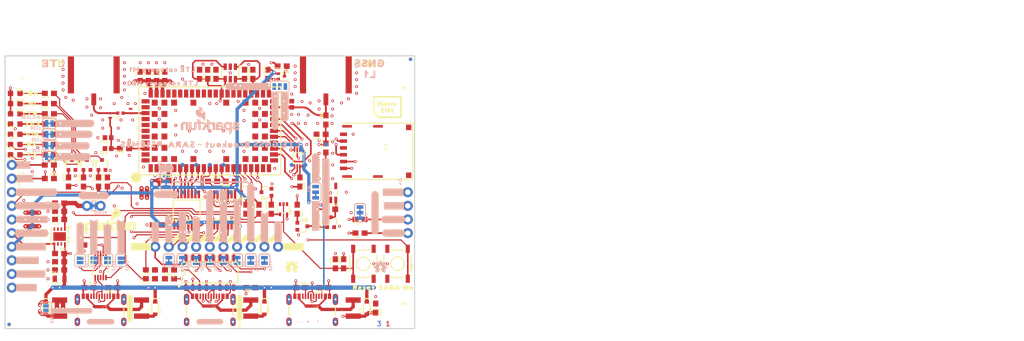
<source format=kicad_pcb>
(kicad_pcb (version 20211014) (generator pcbnew)
  (layers (0 "F.Cu" signal) (1 "In1.Cu" signal) (2 "In2.Cu" signal) (31 "B.Cu" signal) (34 "B.Paste" user) (35 "F.Paste" user) (36 "B.SilkS" user "B.Silkscreen") (37 "F.SilkS" user "F.Silkscreen") (38 "B.Mask" user) (39 "F.Mask" user) (44 "Edge.Cuts" user))
  (net 0 "")
  (net 1 "GND")
  (net 2 "3.3V")
  (net 3 "USB_D-")
  (net 4 "USB_D+")
  (net 5 "N$10")
  (net 6 "N$11")
  (net 7 "N$2")
  (net 8 "N$3")
  (net 9 "TX")
  (net 10 "RX")
  (net 11 "~{RESET}")
  (net 12 "VIN")
  (net 13 "VREG_3.3V")
  (net 14 "N$6")
  (net 15 "N$7")
  (net 16 "N$1")
  (net 17 "N$8")
  (net 18 "SARA_SCL")
  (net 19 "SARA_SDA")
  (net 20 "VSIM")
  (net 21 "SIM_IO")
  (net 22 "SIM_CLK")
  (net 23 "SIM_RST")
  (net 24 "SARA_USB_D-")
  (net 25 "SARA_USB_D+")
  (net 26 "SARA_VUSB_DET")
  (net 27 "SARA_ON_1.8V")
  (net 28 "SARA_EXT_INT")
  (net 29 "RTS")
  (net 30 "CTS")
  (net 31 "SARA_ANT")
  (net 32 "SARA_ANT_DET")
  (net 33 "SARA_ANT_GNSS")
  (net 34 "N$15")
  (net 35 "N$16")
  (net 36 "N$24")
  (net 37 "N$25")
  (net 38 "SARA_GPIO2")
  (net 39 "SARA_SDA_1.8V")
  (net 40 "SARA_SCL_1.8V")
  (net 41 "SARA_DSR/RTS2I")
  (net 42 "SARA_RI/CTS2O")
  (net 43 "SARA_DCD/RXD2O")
  (net 44 "SARA_DTR/TXD2I")
  (net 45 "VCCIO")
  (net 46 "DSR")
  (net 47 "RI")
  (net 48 "DCD")
  (net 49 "DTR")
  (net 50 "N$22")
  (net 51 "SARA_~{RESET}")
  (net 52 "SARA_ON")
  (net 53 "N$26")
  (net 54 "N$27")
  (net 55 "N$28")
  (net 56 "SARA_INT")
  (net 57 "N$31")
  (net 58 "N$32")
  (net 59 "SARA_TP")
  (net 60 "N$33")
  (net 61 "N$34")
  (net 62 "N$35")
  (net 63 "N$36")
  (net 64 "N$37")
  (net 65 "SARA_NI")
  (net 66 "N$38")
  (net 67 "N$39")
  (net 68 "N$47")
  (net 69 "SARA_~{ON}")
  (net 70 "N$49")
  (net 71 "N$23")
  (net 72 "N$40")
  (net 73 "N$42")
  (net 74 "ANT_REG_EN")
  (net 75 "SARA_GPIO3")
  (net 76 "N$43")
  (net 77 "N$4")
  (net 78 "3.3V_EN")
  (net 79 "N$5")
  (net 80 "N$9")
  (net 81 "N$12")
  (net 82 "N$13")
  (net 83 "N$14")
  (net 84 "N$17")
  (net 85 "USB_2_D+")
  (net 86 "USB_2_D-")
  (net 87 "N$19")
  (net 88 "SARA_TXD_I")
  (net 89 "SARA_RXD_O")
  (net 90 "SARA_RTS_I")
  (net 91 "SARA_CTS_O")
  (net 92 "N$20")
  (net 93 "N$21")
  (net 94 "N$29")
  (net 95 "N$30")
  (net 96 "N$41")
  (net 97 "N$44")
  (net 98 "N$45")
  (net 99 "N$46")
  (net 100 "N$48")
  (net 101 "N$50")
  (net 102 "N$51")
  (net 103 "N$52")
  (net 104 "N$18")
  (net 105 "N$55")
  (net 106 "N$56")
  (net 107 "N$53")
  (net 108 "N$54")
  (net 109 "V_EXT")
  (net 110 "N$57")
  (net 111 "N$58")
  (footprint "boardEagle:SOP65P640X120-16N" (layer "F.Cu") (at 150.9141 108.3056 -90)
    (fp_text reference "IC1")
    (fp_text value "SN74AVC4T774PW" hide)
  )
  (footprint "boardEagle:0603" (layer "F.Cu") (at 157.6451 108.1786 90)
    (fp_text reference "R27")
    (fp_text value "1k")
  )
  (footprint "boardEagle:SARA_ON0" (layer "F.Cu") (at 183.1721 122.7836)
    (fp_text reference "U$113" hide)
    (fp_text value "" hide)
  )
  (footprint "boardEagle:LED-0603" (layer "F.Cu") (at 112.3061 90.3986)
    (fp_text reference "D12")
    (fp_text value "GREEN")
  )
  (footprint "boardEagle:USB-C-16P_4LAYER-PADS" (layer "F.Cu") (at 128.1811 124.0536)
    (fp_text reference "J2")
    (fp_text value "")
  )
  (footprint "boardEagle:#SDA#2" (layer "F.Cu") (at 180.3781 110.0836)
    (fp_text reference "U$30" hide)
    (fp_text value "" hide)
  )
  (footprint "boardEagle:SO016" (layer "F.Cu") (at 148.5011 119.9896)
    (fp_text reference "U2")
    (fp_text value "CH340C")
  )
  (footprint "boardEagle:0603" (layer "F.Cu") (at 170.0911 96.7486 90)
    (fp_text reference "R24")
    (fp_text value "10")
  )
  (footprint "boardEagle:0603" (layer "F.Cu") (at 127.8001 103.0986 90)
    (fp_text reference "R42")
    (fp_text value "1k")
  )
  (footprint "boardEagle:LED-0603" (layer "F.Cu") (at 112.3061 92.3036 180)
    (fp_text reference "D2")
    (fp_text value "RED")
  )
  (footprint "boardEagle:0603" (layer "F.Cu") (at 120.5611 116.4336)
    (fp_text reference "R5")
    (fp_text value "100k")
  )
  (footprint "boardEagle:SOT23-5" (layer "F.Cu") (at 170.9801 105.1306)
    (fp_text reference "U3")
    (fp_text value "3.3V")
  )
  (footprint "boardEagle:#3V3#1" (layer "F.Cu") (at 133.5151 115.1636)
    (fp_text reference "U$1" hide)
    (fp_text value "" hide)
  )
  (footprint "boardEagle:0603" (layer "F.Cu") (at 137.0711 83.4136 90)
    (fp_text reference "C16")
    (fp_text value "10uF")
  )
  (footprint "boardEagle:OSHW-LOGO-MINI" (layer "F.Cu") (at 163.7411 118.9736)
    (fp_text reference "LOGO3" hide)
    (fp_text value "OSHW-LOGOMINI" hide)
  )
  (footprint "boardEagle:0603" (layer "F.Cu") (at 168.3766 110.4646 -90)
    (fp_text reference "R25")
    (fp_text value "100k")
  )
  (footprint "boardEagle:0603" (layer "F.Cu") (at 125.0061 103.0986 90)
    (fp_text reference "R34")
    (fp_text value "1k")
  )
  (footprint "boardEagle:0603" (layer "F.Cu") (at 139.9921 102.8446)
    (fp_text reference "R31")
    (fp_text value "0")
  )
  (footprint "boardEagle:NANO0" (layer "F.Cu") (at 181.5211 88.4936)
    (fp_text reference "U$130" hide)
    (fp_text value "" hide)
  )
  (footprint "boardEagle:#NI#0" (layer "F.Cu") (at 113.8301 99.9236)
    (fp_text reference "U$59" hide)
    (fp_text value "" hide)
  )
  (footprint "boardEagle:SOT323" (layer "F.Cu") (at 125.6411 99.9236)
    (fp_text reference "Q3")
    (fp_text value "310mA/60V/1.6Ω" hide)
  )
  (footprint "boardEagle:#DTR#0" (layer "F.Cu") (at 150.2791 113.2586 45)
    (fp_text reference "U$29" hide)
    (fp_text value "" hide)
  )
  (footprint "boardEagle:#INT#0" (layer "F.Cu") (at 114.3381 107.5436)
    (fp_text reference "U$14" hide)
    (fp_text value "" hide)
  )
  (footprint "boardEagle:USB-C-16P_4LAYER-PADS" (layer "F.Cu") (at 167.5511 124.0536)
    (fp_text reference "J3")
    (fp_text value "")
  )
  (footprint "boardEagle:RESET6" (layer "F.Cu") (at 174.4091 122.7836)
    (fp_text reference "U$45" hide)
    (fp_text value "" hide)
  )
  (footprint "boardEagle:0603" (layer "F.Cu") (at 118.6561 98.0186)
    (fp_text reference "R12")
    (fp_text value "4.7k")
  )
  (footprint "boardEagle:#GND#4" (layer "F.Cu") (at 112.1791 122.7836)
    (fp_text reference "U$81" hide)
    (fp_text value "" hide)
  )
  (footprint "boardEagle:0603" (layer "F.Cu") (at 118.6561 88.4936 180)
    (fp_text reference "R35")
    (fp_text value "470")
  )
  (footprint "boardEagle:SOT-416FL" (layer "F.Cu") (at 162.3441 83.4136 -90)
    (fp_text reference "Q5")
    (fp_text value "20V/0.2A/8MHz/1.2Ω/1Vth" hide)
  )
  (footprint "boardEagle:#V_EXT#0" (layer "F.Cu") (at 115.2271 120.2436)
    (fp_text reference "U$6" hide)
    (fp_text value "" hide)
  )
  (footprint "boardEagle:0603" (layer "F.Cu") (at 169.2021 94.2086 180)
    (fp_text reference "C21")
    (fp_text value "47pF")
  )
  (footprint "boardEagle:TACTILE_SWITCH_SMD_5.2MM" (layer "F.Cu") (at 177.0761 118.3386 -90)
    (fp_text reference "S1")
    (fp_text value "RESET")
  )
  (footprint "boardEagle:0402" (layer "F.Cu") (at 163.7411 88.6206 90)
    (fp_text reference "D11")
    (fp_text value "PESD0402")
  )
  (footprint "boardEagle:0603" (layer "F.Cu") (at 118.6561 86.5886 180)
    (fp_text reference "R43")
    (fp_text value "1k")
  )
  (footprint "boardEagle:TX0" (layer "F.Cu") (at 115.4811 98.0186)
    (fp_text reference "U$21" hide)
    (fp_text value "" hide)
  )
  (footprint "boardEagle:#RI#0" (layer "F.Cu") (at 155.1051 113.5126 45)
    (fp_text reference "U$32" hide)
    (fp_text value "" hide)
  )
  (footprint "boardEagle:SMA-EDGE-SMD" (layer "F.Cu") (at 170.0911 79.6036)
    (fp_text reference "E4" hide)
    (fp_text value "ANTENNA-SMA-GROUNDEDEDGE_SMA_SMD" hide)
  )
  (footprint "boardEagle:FIDUCIAL-MICRO" (layer "F.Cu") (at 111.1631 129.6416)
    (fp_text reference "FD1" hide)
    (fp_text value "FIDUCIALUFIDUCIAL" hide)
  )
  (footprint "boardEagle:SOT353" (layer "F.Cu") (at 162.2171 108.1786 180)
    (fp_text reference "U8")
    (fp_text value "74HC1G04" hide)
  )
  (footprint "boardEagle:#DSR#0" (layer "F.Cu") (at 157.8991 113.2586 45)
    (fp_text reference "U$33" hide)
    (fp_text value "" hide)
  )
  (footprint "boardEagle:SARA-LGA" (layer "F.Cu") (at 148.5011 93.5736)
    (fp_text reference "U1")
    (fp_text value "SARA-R510M8S")
  )
  (footprint "boardEagle:0603" (layer "F.Cu") (at 118.6561 96.1136)
    (fp_text reference "R14")
    (fp_text value "4.7k")
  )
  (footprint "boardEagle:STAND-OFF" (layer "F.Cu") (at 112.9411 127.8636)
    (fp_text reference "H4")
    (fp_text value "STAND-OFF")
  )
  (footprint "boardEagle:0603" (layer "F.Cu") (at 126.0221 122.7836)
    (fp_text reference "R7")
    (fp_text value "5.1k")
  )
  (footprint "boardEagle:SOD-323" (layer "F.Cu") (at 177.7111 126.5936 -90)
    (fp_text reference "D6")
    (fp_text value "3A/10V/280mV")
  )
  (footprint "boardEagle:0402_COILCRAFT" (layer "F.Cu") (at 133.7691 89.8906 90)
    (fp_text reference "L1" hide)
    (fp_text value "DNP" hide)
  )
  (footprint "boardEagle:#3V3EN#0" (layer "F.Cu") (at 115.3541 112.6236)
    (fp_text reference "U$8" hide)
    (fp_text value "" hide)
  )
  (footprint "boardEagle:0603" (layer "F.Cu") (at 173.3931 118.3386 90)
    (fp_text reference "R15")
    (fp_text value "100k")
  )
  (footprint "boardEagle:0603" (layer "F.Cu") (at 159.2961 83.0326 90)
    (fp_text reference "R29")
    (fp_text value "2.2k")
  )
  (footprint "boardEagle:0603" (layer "F.Cu") (at 120.5611 107.0356 180)
    (fp_text reference "C5")
    (fp_text value "0.22uF" hide)
  )
  (footprint "boardEagle:3V37" (layer "F.Cu") (at 113.3221 92.3036)
    (fp_text reference "U$36" hide)
    (fp_text value "" hide)
  )
  (footprint "boardEagle:#GND#0" (layer "F.Cu") (at 180.3781 105.0036)
    (fp_text reference "U$12" hide)
    (fp_text value "" hide)
  )
  (footprint "boardEagle:0603" (layer "F.Cu") (at 118.6561 99.9236)
    (fp_text reference "R39")
    (fp_text value "100k")
  )
  (footprint "boardEagle:0603" (layer "F.Cu") (at 120.5611 110.0836 180)
    (fp_text reference "C3")
    (fp_text value "4.7uF")
  )
  (footprint "boardEagle:0603" (layer "F.Cu") (at 154.9781 83.0326 -90)
    (fp_text reference "C10")
    (fp_text value "47pF")
  )
  (footprint "boardEagle:0603" (layer "F.Cu") (at 120.5611 108.5596 180)
    (fp_text reference "C4")
    (fp_text value "0.1uF")
  )
  (footprint "boardEagle:TP0" (layer "F.Cu") (at 115.4811 90.3986)
    (fp_text reference "U$91" hide)
    (fp_text value "" hide)
  )
  (footprint "boardEagle:0603" (layer "F.Cu") (at 118.6561 102.4636)
    (fp_text reference "R38")
    (fp_text value "100k")
  )
  (footprint "boardEagle:0402_COILCRAFT" (layer "F.Cu") (at 129.9591 90.7161 90)
    (fp_text reference "L2" hide)
    (fp_text value "68nH" hide)
  )
  (footprint "boardEagle:0603" (layer "F.Cu") (at 169.2021 100.8126 180)
    (fp_text reference "C17")
    (fp_text value "1.0uF")
  )
  (footprint "boardEagle:ORDERING_INSTRUCTIONS" (layer "F.Cu") (at 189.1411 69.4436)
    (fp_text reference "LOGO5" hide)
    (fp_text value "SPECIAL_INSTRUCTIONS-ORDERING" hide)
  )
  (footprint "boardEagle:0603" (layer "F.Cu") (at 165.2651 103.0986 -90)
    (fp_text reference "R26")
    (fp_text value "200k")
  )
  (footprint "boardEagle:#UART_1#0" (layer "F.Cu") (at 153.9621 126.5936 90)
    (fp_text reference "U$65" hide)
    (fp_text value "" hide)
  )
  (footprint "boardEagle:1X08_NO_SILK" (layer "F.Cu") (at 111.6711 105.0036 -90)
    (fp_text reference "J5")
    (fp_text value "")
  )
  (footprint "boardEagle:#3V3#1" (layer "F.Cu") (at 180.5051 107.5436)
    (fp_text reference "U$3" hide)
    (fp_text value "" hide)
  )
  (footprint "boardEagle:#RX#0" (layer "F.Cu") (at 145.0721 113.3856 45)
    (fp_text reference "U$25" hide)
    (fp_text value "" hide)
  )
  (footprint "boardEagle:0603" (layer "F.Cu") (at 152.3111 102.9716 180)
    (fp_text reference "R36")
    (fp_text value "0")
  )
  (footprint "boardEagle:#VCCIO#0" (layer "F.Cu") (at 115.2271 115.1636)
    (fp_text reference "U$80" hide)
    (fp_text value "" hide)
  )
  (footprint "boardEagle:0603" (layer "F.Cu") (at 122.2121 103.0986 90)
    (fp_text reference "R32")
    (fp_text value "1k")
  )
  (footprint "boardEagle:0603" (layer "F.Cu") (at 149.0091 102.9716)
    (fp_text reference "R37")
    (fp_text value "0")
  )
  (footprint "boardEagle:SOD-323" (layer "F.Cu") (at 158.6611 126.5936 -90)
    (fp_text reference "D3")
    (fp_text value "3A/10V/280mV")
  )
  (footprint "boardEagle:0603" (layer "F.Cu") (at 120.5611 119.4816 180)
    (fp_text reference "C13")
    (fp_text value "0.22uF")
  )
  (footprint "boardEagle:1X01_NO_SILK" (layer "F.Cu") (at 111.6711 102.4636)
    (fp_text reference "J13")
    (fp_text value "TP")
  )
  (footprint "boardEagle:#RTS#0" (layer "F.Cu") (at 147.7391 113.2586 45)
    (fp_text reference "U$28" hide)
    (fp_text value "" hide)
  )
  (footprint "boardEagle:0603" (layer "F.Cu") (at 138.5951 83.4136 90)
    (fp_text reference "C15")
    (fp_text value "68pF")
  )
  (footprint "boardEagle:0603" (layer "F.Cu") (at 148.1201 83.0326 -90)
    (fp_text reference "C11")
    (fp_text value "47pF")
  )
  (footprint "boardEagle:0603" (layer "F.Cu") (at 140.1191 83.4136 90)
    (fp_text reference "C14")
    (fp_text value "0.1uF")
  )
  (footprint "boardEagle:SOT323" (layer "F.Cu") (at 122.8471 99.9236)
    (fp_text reference "Q1")
    (fp_text value "310mA/60V/1.6Ω" hide)
  )
  (footprint "boardEagle:1X10_NO_SILK" (layer "F.Cu") (at 138.3411 115.1636)
    (fp_text reference "SERIAL0")
    (fp_text value "")
  )
  (footprint "boardEagle:0402" (layer "F.Cu") (at 129.5781 96.8756 180)
    (fp_text reference "C19")
    (fp_text value "27pF")
  )
  (footprint "boardEagle:0603" (layer "F.Cu") (at 118.6561 90.3986 180)
    (fp_text reference "R33")
    (fp_text value "100")
  )
  (footprint "boardEagle:0603" (layer "F.Cu") (at 171.8691 118.3386 90)
    (fp_text reference "C9")
    (fp_text value "0.1uF")
  )
  (footprint "boardEagle:0603" (layer "F.Cu") (at 138.7221 111.0996 180)
    (fp_text reference "C23")
    (fp_text value "0.1uF")
  )
  (footprint "boardEagle:0603" (layer "F.Cu") (at 141.0081 121.1326)
    (fp_text reference "R2")
    (fp_text value "5.1k")
  )
  (footprint "boardEagle:USB-C-16P_4LAYER-PADS" (layer "F.Cu") (at 148.5011 124.0536)
    (fp_text reference "J1")
    (fp_text value "" hide)
  )
  (footprint "boardEagle:#GND#4" (layer "F.Cu") (at 161.8361 115.1636)
    (fp_text reference "U$56" hide)
    (fp_text value "" hide)
  )
  (footprint "boardEagle:STAND-OFF" (layer "F.Cu") (at 184.0611 82.1436)
    (fp_text reference "H1")
    (fp_text value "STAND-OFF")
  )
  (footprint "boardEagle:0603" (layer "F.Cu") (at 118.6561 94.2086)
    (fp_text reference "R6")
    (fp_text value "4.7k")
  )
  (footprint "boardEagle:SOD-323" (layer "F.Cu") (at 138.3411 126.5936 -90)
    (fp_text reference "D5")
    (fp_text value "3A/10V/280mV")
  )
  (footprint "boardEagle:1210" (layer "F.Cu") (at 120.5611 126.5936 90)
    (fp_text reference "F4")
    (fp_text value "6V/2A")
  )
  (footprint "boardEagle:#CTS#0" (layer "F.Cu") (at 160.5661 113.2586 45)
    (fp_text reference "U$34" hide)
    (fp_text value "" hide)
  )
  (footprint "boardEagle:0402-TIGHT" (layer "F.Cu") (at 131.8641 90.2716 180)
    (fp_text reference "C18")
    (fp_text value "33pF")
  )
  (footprint "boardEagle:#3#3V#0" (layer "F.Cu") (at 114.5921 117.7036)
    (fp_text reference "U$76" hide)
    (fp_text value "" hide)
  )
  (footprint "boardEagle:SFE_LOGO_NAME_FLAME_.1" (layer "F.Cu") (at 129.3241 111.4806)
    (fp_text reference "LOGO1" hide)
    (fp_text value "SFE_LOGO_NAME_FLAME.1_INCH" hide)
  )
  (footprint "boardEagle:ON0" (layer "F.Cu") (at 115.6081 86.5886)
    (fp_text reference "U$101" hide)
    (fp_text value "" hide)
  )
  (footprint "boardEagle:CREATIVE_COMMONS" (layer "F.Cu") (at 217.0811 129.1336)
    (fp_text reference "FRAME1" hide)
    (fp_text value "FRAME-LEDGER" hide)
  )
  (footprint "boardEagle:#TP#0" (layer "F.Cu") (at 114.0841 102.4636)
    (fp_text reference "U$57" hide)
    (fp_text value "" hide)
  )
  (footprint "boardEagle:SOT23-6L" (layer "F.Cu") (at 152.3111 82.7786 180)
    (fp_text reference "D8" hide)
    (fp_text value "DT1042-04SO-7" hide)
  )
  (footprint "boardEagle:STAND-OFF" (layer "F.Cu") (at 112.9411 82.1436)
    (fp_text reference "H2")
    (fp_text value "STAND-OFF")
  )
  (footprint "boardEagle:0603" (layer "F.Cu") (at 141.0081 119.4816 180)
    (fp_text reference "C6")
    (fp_text value "0.1uF")
  )
  (footprint "boardEagle:SOT323" (layer "F.Cu") (at 159.0421 105.0036 90)
    (fp_text reference "Q4")
    (fp_text value "310mA/60V/1.6Ω" hide)
  )
  (footprint "boardEagle:SOT323" (layer "F.Cu") (at 128.4351 99.9236)
    (fp_text reference "Q7")
    (fp_text value "310mA/60V/1.6Ω" hide)
  )
  (footprint "boardEagle:0603" (layer "F.Cu") (at 165.3921 122.7836)
    (fp_text reference "R9")
    (fp_text value "5.1k")
  )
  (footprint "boardEagle:SOP65P640X120-16N" (layer "F.Cu") (at 144.1831 108.3056 -90)
    (fp_text reference "IC2")
    (fp_text value "SN74AVC4T774PW" hide)
  )
  (footprint "boardEagle:SMA-EDGE-SMD" (layer "F.Cu") (at 126.9111 79.6036)
    (fp_text reference "E3" hide)
    (fp_text value "ANTENNA-SMA-GROUNDEDEDGE_SMA_SMD" hide)
  )
  (footprint "boardEagle:0603" (layer "F.Cu") (at 137.4521 119.4816 180)
    (fp_text reference "R19")
    (fp_text value "100k")
  )
  (footprint "boardEagle:1210" (layer "F.Cu") (at 135.8011 126.5936 -90)
    (fp_text reference "F1")
    (fp_text value "6V/2A")
  )
  (footprint "boardEagle:STAND-OFF" (layer "F.Cu") (at 184.0611 127.8636)
    (fp_text reference "H3")
    (fp_text value "STAND-OFF")
  )
  (footprint "boardEagle:#UART_2#0" (layer "F.Cu") (at 133.6421 126.5936 90)
    (fp_text reference "U$62" hide)
    (fp_text value "" hide)
  )
  (footprint "boardEagle:0603" (layer "F.Cu") (at 176.4411 110.0836 180)
    (fp_text reference "R1")
    (fp_text value "2.2k")
  )
  (footprint "boardEagle:LED-0603" (layer "F.Cu") (at 112.3061 98.0186 180)
    (fp_text reference "D7")
    (fp_text value "GREEN")
  )
  (footprint "boardEagle:0603" (layer "F.Cu") (at 156.1211 122.7836 180)
    (fp_text reference "R3")
    (fp_text value "5.1k")
  )
  (footprint "boardEagle:SOD-323" (layer "F.Cu") (at 118.0211 126.5936 -90)
    (fp_text reference "D1")
    (fp_text value "3A/10V/280mV")
  )
  (footprint "boardEagle:1X01_NO_SILK" (layer "F.Cu") (at 111.6711 99.9236)
    (fp_text reference "J19")
    (fp_text value "NI")
  )
  (footprint "boardEagle:0603" (layer "F.Cu") (at 118.6561 92.3036)
    (fp_text reference "R11")
    (fp_text value "1k")
  )
  (footprint "boardEagle:#MEAS#2" (layer "F.Cu") (at 124.1171 105.6386)
    (fp_text reference "U$19" hide)
    (fp_text value "" hide)
  )
  (footprint "boardEagle:0603" (layer "F.Cu") (at 164.7571 108.1786 -90)
    (fp_text reference "R13")
    (fp_text value "1k")
  )
  (footprint "boardEagle:GNSS0" (layer "F.Cu") (at 178.2191 81.0006)
    (fp_text reference "U$99" hide)
    (fp_text value "" hide)
  )
  (footprint "boardEagle:0603" (layer "F.Cu") (at 135.5471 83.4136 90)
    (fp_text reference "C24")
    (fp_text value "15pF")
  )
  (footprint "boardEagle:#SARA_I�C#0" (layer "F.Cu") (at 179.2351 108.8136 90)
    (fp_text reference "U$5" hide)
    (fp_text value "" hide)
  )
  (footprint "boardEagle:0603" (layer "F.Cu") (at 137.4521 121.1326 180)
    (fp_text reference "R17")
    (fp_text value "100k")
  )
  (footprint "boardEagle:0603" (layer "F.Cu") (at 156.5021 83.0326 90)
    (fp_text reference "C8")
    (fp_text value "47pF")
  )
  (footprint "boardEagle:0603" (layer "F.Cu") (at 149.6441 83.0326 90)
    (fp_text reference "C7")
    (fp_text value "47pF")
  )
  (footprint "boardEagle:LED-0603" (layer "F.Cu") (at 112.3061 96.1136 180)
    (fp_text reference "D9")
    (fp_text value "Yellow")
  )
  (footprint "boardEagle:0805" (layer "F.Cu") (at 120.5611 121.1326 180)
    (fp_text reference "C26")
    (fp_text value "10uF")
  )
  (footprint "boardEagle:0603" (layer "F.Cu") (at 155.2321 108.1786 -90)
    (fp_text reference "C22")
    (fp_text value "0.1uF")
  )
  (footprint "boardEagle:SOT323" (layer "F.Cu") (at 170.9801 110.5916)
    (fp_text reference "Q9")
    (fp_text value "310mA/60V/1.6Ω" hide)
  )
  (footprint "boardEagle:0603" (layer "F.Cu") (at 126.0221 114.8461 180)
    (fp_text reference "C25")
    (fp_text value "0.1uF")
  )
  (footprint "boardEagle:0603" (layer "F.Cu") (at 129.4511 103.0986 90)
    (fp_text reference "R18")
    (fp_text value "100k")
  )
  (footprint "boardEagle:LTE0" (layer "F.Cu") (at 119.4181 81.0006)
    (fp_text reference "U$88" hide)
    (fp_text value "" hide)
  )
  (footprint "boardEagle:NANO_SIM_WURTH_693043020611" (layer "F.Cu") (at 179.6161 97.3836 90)
    (fp_text reference "J17")
    (fp_text value "NANO_SIM")
  )
  (footprint "boardEagle:SOT323" (layer "F.Cu") (at 165.7096 111.3536 -90)
    (fp_text reference "Q8")
    (fp_text value "310mA/60V/1.6Ω" hide)
  )
  (footprint "boardEagle:LED-0603" (layer "F.Cu") (at 112.3061 86.5886)
    (fp_text reference "D14")
    (fp_text value "WHITE")
  )
  (footprint "boardEagle:VIN8" (layer "F.Cu") (at 113.4491 94.2086)
    (fp_text reference "U$46" hide)
    (fp_text value "" hide)
  )
  (footprint "boardEagle:0603" (layer "F.Cu") (at 170.0911 91.5416 90)
    (fp_text reference "FB1")
    (fp_text value "30Ω/1.8A" hide)
  )
  (footprint "boardEagle:0603" (layer "F.Cu") (at 176.4411 112.6236 180)
    (fp_text reference "R4")
    (fp_text value "2.2k")
  )
  (footprint "boardEagle:SOT323" (layer "F.Cu") (at 155.2321 105.0036 90)
    (fp_text reference "Q2")
    (fp_text value "310mA/60V/1.6Ω" hide)
  )
  (footprint "boardEagle:NI0" (layer "F.Cu") (at 115.4811 88.4936)
    (fp_text reference "U$90" hide)
    (fp_text value "" hide)
  )
  (footprint "boardEagle:1210" (layer "F.Cu") (at 156.1211 126.5936 -90)
    (fp_text reference "F2")
    (fp_text value "6V/2A")
  )
  (footprint "boardEagle:0603" (layer "F.Cu") (at 161.9631 81.5086 180)
    (fp_text reference "R30")
    (fp_text value "2.2k")
  )
  (footprint "boardEagle:0603" (layer "F.Cu") (at 132.6261 96.8756 180)
    (fp_text reference "R23")
    (fp_text value "10k")
  )
  (footprint "boardEagle:0603" (layer "F.Cu") (at 179.3621 126.5936 -90)
    (fp_text reference "R16")
    (fp_text value "5.1k")
  )
  (footprint "boardEagle:MSOP10" (layer "F.Cu") (at 128.1811 118.6561 90)
    (fp_text reference "U4")
    (fp_text value "CH340E_MSOP10")
  )
  (footprint "boardEagle:RX0" (layer "F.Cu") (at 115.4811 96.1136)
    (fp_text reference "U$18" hide)
    (fp_text value "" hide)
  )
  (footprint "boardEagle:#SCL#3" (layer "F.Cu") (at 180.6321 112.6236)
    (fp_text reference "U$26" hide)
    (fp_text value "" hide)
  )
  (footprint "boardEagle:UDFN-8" (layer "F.Cu") (at 120.5611 113.2586 180)
    (fp_text reference "U5")
    (fp_text value "AP7361C-33FGE")
  )
  (footprint "boardEagle:TACTILE_SWITCH_SMD_5.2MM" (layer "F.Cu") (at 183.4261 118.3386 -90)
    (fp_text reference "S3")
    (fp_text value "SARA_PWR")
  )
  (footprint "boardEagle:##RESET##0" (layer "F.Cu") (at 115.4811 110.0836)
    (fp_text reference "U$10" hide)
    (fp_text value "" hide)
  )
  (footprint "boardEagle:0603" (layer "F.Cu") (at 169.7101 122.7836 180)
    (fp_text reference "R10")
    (fp_text value "5.1k")
  )
  (footprint "boardEagle:#TX#0" (layer "F.Cu") (at 142.5321 113.3856 45)
    (fp_text reference "U$24" hide)
    (fp_text value "" hide)
  )
  (footprint "boardEagle:VSSOP_8PIN" (layer "F.Cu") (at 165.0111 98.6536 -90)
    (fp_text reference "U7")
    (fp_text value "PCA9306")
  )
  (footprint "boardEagle:0603" (layer "F.Cu") (at 120.5611 117.9576 180)
    (fp_text reference "C1")
    (fp_text value "0.1uF")
  )
  (footprint "boardEagle:0603" (layer "F.Cu") (at 159.9311 108.1786 90)
    (fp_text reference "R28")
    (fp_text value "1k")
  )
  (footprint "boardEagle:#SARA_DIAG#0" (layer "F.Cu") (at 173.0121 126.7206 90)
    (fp_text reference "U$67" hide)
    (fp_text value "" hide)
  )
  (footprint "boardEagle:0603" (layer "F.Cu") (at 146.5961 83.0326 -90)
    (fp_text reference "C12")
    (fp_text value "0.1uF")
  )
  (footprint "boardEagle:LED-0603" (layer "F.Cu") (at 112.3061 88.4936)
    (fp_text reference "D13")
    (fp_text value "BLUE")
  )
  (footprint "boardEagle:1210" (layer "F.Cu") (at 175.1711 126.5936 -90)
    (fp_text reference "F3")
    (fp_text value "6V/2A")
  )
  (footprint "boardEagle:0603" (layer "F.Cu") (at 130.4671 122.7836 180)
    (fp_text reference "R8")
    (fp_text value "5.1k")
  )
  (footprint "boardEagle:SIM0" (layer "F.Cu") (at 181.5211 89.7636)
    (fp_text reference "U$131" hide)
    (fp_text value "" hide)
  )
  (footprint "boardEagle:FIDUCIAL-MICRO" (layer "F.Cu") (at 185.8391 80.2386)
    (fp_text reference "FD2" hide)
    (fp_text value "FIDUCIALUFIDUCIAL" hide)
  )
  (footprint "boardEagle:LED-0603" (layer "F.Cu") (at 112.3061 94.2086 180)
    (fp_text reference "D4")
    (fp_text value "Yellow")
  )
  (footprint "boardEagle:0603" (layer "F.Cu") (at 169.2021 99.2886 180)
    (fp_text reference "C20")
    (fp_text value "0.1uF")
  )
  (footprint "boardEagle:0603" (layer "F.Cu") (at 170.9801 108.1786)
    (fp_text reference "R45")
    (fp_text value "100k")
  )
  (footprint "boardEagle:#SARA_ON#0" (layer "F.Cu") (at 116.2431 105.0036)
    (fp_text reference "U$16" hide)
    (fp_text value "" hide)
  )
  (footprint "boardEagle:0402" (layer "F.Cu") (at 129.5781 94.8436 180)
    (fp_text reference "D10")
    (fp_text value "PESD0402")
  )
  (footprint "boardEagle:#DCD#0" (layer "F.Cu") (at 152.9461 113.2586 45)
    (fp_text reference "U$31" hide)
    (fp_text value "" hide)
  )
  (footprint "boardEagle:#SARA_ON#0" (layer "B.Cu") (at 116.2431 105.0036 180)
    (fp_text reference "U$17" hide)
    (fp_text value "" hide)
  )
  (footprint "boardEagle:#RTS_I#0" (layer "B.Cu") (at 145.9611 111.9886 -90)
    (fp_text reference "U$40" hide)
    (fp_text value "" hide)
  )
  (footprint "boardEagle:#DCD_RXD2_O#0" (layer "B.Cu") (at 151.0411 109.4486 -90)
    (fp_text reference "U$43" hide)
    (fp_text value "" hide)
  )
  (footprint "boardEagle:#NI#0" (layer "B.Cu") (at 113.8301 99.9236 180)
    (fp_text reference "U$60" hide)
    (fp_text value "" hide)
  )
  (footprint "boardEagle:#GND#4" (layer "B.Cu") (at 161.2011 110.2106 -90)
    (fp_text reference "U$55" hide)
    (fp_text value "" hide)
  )
  (footprint "boardEagle:SMT-JUMPER_3_1-NC_TRACE_SILK" (layer "B.Cu") (at 161.5186 85.3186 180)
    (fp_text reference "JP19")
    (fp_text value "JUMPER-SMT_3_1-NC_TRACE_SILK" hide)
  )
  (footprint "boardEagle:#UART_1#0" (layer "B.Cu") (at 148.5011 129.1336 180)
    (fp_text reference "U$64" hide)
    (fp_text value "" hide)
  )
  (footprint "boardEagle:#RXD2_O#0" (layer "B.Cu") (at 126.9111 113.5126 -90)
    (fp_text reference "U$44" hide)
    (fp_text value "" hide)
  )
  (footprint "boardEagle:#ANT_GNSS_PWR#0" (layer "B.Cu") (at 170.0911 105.0036 -90)
    (fp_text reference "U$70" hide)
    (fp_text value "" hide)
  )
  (footprint "boardEagle:#EXT_INT#0" (layer "B.Cu") (at 160.6296 89.7001 -90)
    (fp_text reference "U$118" hide)
    (fp_text value "" hide)
  )
  (footprint "boardEagle:FIDUCIAL-MICRO" (layer "B.Cu") (at 185.8391 80.2386 180)
    (fp_text reference "FD4" hide)
    (fp_text value "FIDUCIALUFIDUCIAL" hide)
  )
  (footprint "boardEagle:#TX_LED#0" (layer "B.Cu") (at 122.9741 98.3996 180)
    (fp_text reference "U$4" hide)
    (fp_text value "" hide)
  )
  (footprint "boardEagle:#SARA_INT#0" (layer "B.Cu") (at 116.4971 107.5436 180)
    (fp_text reference "U$15" hide)
    (fp_text value "" hide)
  )
  (footprint "boardEagle:LTE_GNSS_BREAKOUT_#_SARA#R510M8S0" (layer "B.Cu") (at 148.5011 96.1136 180)
    (fp_text reference "U$75" hide)
    (fp_text value "" hide)
  )
  (footprint "boardEagle:SMT-JUMPER_2_NC_TRACE_SILK" (layer "B.Cu") (at 153.5811 117.7036 90)
    (fp_text reference "RI0")
    (fp_text value "JUMPER-SMT_2_NC_TRACE_SILK" hide)
  )
  (footprint "boardEagle:#IN#0" (layer "B.Cu") (at 140.3731 100.5586 180)
    (fp_text reference "U$53" hide)
    (fp_text value "" hide)
  )
  (footprint "boardEagle:#CTS_O#0" (layer "B.Cu") (at 158.6611 111.6076 -90)
    (fp_text reference "U$39" hide)
    (fp_text value "" hide)
  )
  (footprint "boardEagle:PAD.03X.03" (layer "B.Cu") (at 145.9611 105.0036 180)
    (fp_text reference "TP14" hide)
    (fp_text value "TEST-POINT3" hide)
  )
  (footprint "boardEagle:PAD.03X.03" (layer "B.Cu") (at 163.7411 99.9236 180)
    (fp_text reference "TP9" hide)
    (fp_text value "TEST-POINT3" hide)
  )
  (footprint "boardEagle:SMT-JUMPER_2_NC_TRACE_SILK" (layer "B.Cu") (at 156.1211 117.7036 90)
    (fp_text reference "DSR0")
    (fp_text value "JUMPER-SMT_2_NC_TRACE_SILK" hide)
  )
  (footprint "boardEagle:SMT-JUMPER_2_NO_SILK" (layer "B.Cu") (at 126.9111 117.7036 90)
    (fp_text reference "RX2")
    (fp_text value "JUMPER-SMT_2_NO_SILK" hide)
  )
  (footprint "boardEagle:#TP#0" (layer "B.Cu") (at 114.0841 102.4636 180)
    (fp_text reference "U$58" hide)
    (fp_text value "" hide)
  )
  (footprint "boardEagle:#GPIO3#0" (layer "B.Cu") (at 162.4711 88.8746 -90)
    (fp_text reference "U$119" hide)
    (fp_text value "" hide)
  )
  (footprint "boardEagle:PAD.03X.03" (layer "B.Cu") (at 149.7711 105.0036 180)
    (fp_text reference "TP3" hide)
    (fp_text value "TEST-POINT3" hide)
  )
  (footprint "boardEagle:#CTS2_O#0" (layer "B.Cu") (at 131.9911 113.5126 -90)
    (fp_text reference "U$48" hide)
    (fp_text value "" hide)
  )
  (footprint "boardEagle:SMT-JUMPER_2_NC_TRACE_SILK" (layer "B.Cu") (at 145.9611 117.7036 90)
    (fp_text reference "RTS0")
    (fp_text value "JUMPER-SMT_2_NC_TRACE_SILK" hide)
  )
  (footprint "boardEagle:SMT-JUMPER_2_NC_TRACE_SILK" (layer "B.Cu") (at 118.6561 96.3676 180)
    (fp_text reference "RX_LED0")
    (fp_text value "")
  )
  (footprint "boardEagle:#GPIO2#0" (layer "B.Cu") (at 168.1861 100.6856 -90)
    (fp_text reference "U$69" hide)
    (fp_text value "" hide)
  )
  (footprint "boardEagle:SMT-JUMPER_2_NC_TRACE_SILK" (layer "B.Cu") (at 143.4211 117.7036 90)
    (fp_text reference "RX0")
    (fp_text value "JUMPER-SMT_2_NC_TRACE_SILK" hide)
  )
  (footprint "boardEagle:#DTR_TXD2_I#0" (layer "B.Cu") (at 148.5011 109.5756 -90)
    (fp_text reference "U$41" hide)
    (fp_text value "" hide)
  )
  (footprint "boardEagle:PAD.03X.03" (layer "B.Cu") (at 143.4211 105.0036 180)
    (fp_text reference "TP16" hide)
    (fp_text value "TEST-POINT3" hide)
  )
  (footprint "boardEagle:#VCCIO#0" (layer "B.Cu") (at 115.2271 115.1636 180)
    (fp_text reference "U$83" hide)
    (fp_text value "" hide)
  )
  (footprint "boardEagle:#3V3_LED#0" (layer "B.Cu") (at 123.2281 92.1766 180)
    (fp_text reference "U$61" hide)
    (fp_text value "" hide)
  )
  (footprint "boardEagle:OSHW-LOGO-MINI" (layer "B.Cu") (at 180.2511 118.9736 180)
    (fp_text reference "LOGO2" hide)
    (fp_text value "OSHW-LOGOMINI" hide)
  )
  (footprint "boardEagle:SMT-JUMPER_2_NC_TRACE_SILK" (layer "B.Cu") (at 140.8811 117.7036 90)
    (fp_text reference "TX0")
    (fp_text value "JUMPER-SMT_2_NC_TRACE_SILK" hide)
  )
  (footprint "boardEagle:SFE_LOGO_NAME_FLAME_.1" (layer "B.Cu") (at 148.5011 92.8116 180)
    (fp_text reference "LOGO4" hide)
    (fp_text value "SFE_LOGO_NAME_FLAME.1_INCH" hide)
  )
  (footprint "boardEagle:LTE_CATEGORY_M10" (layer "B.Cu") (at 139.6111 82.1436 180)
    (fp_text reference "U$73" hide)
    (fp_text value "" hide)
  )
  (footprint "boardEagle:#V_EXT#0" (layer "B.Cu") (at 115.2271 120.2436 180)
    (fp_text reference "U$7" hide)
    (fp_text value "" hide)
  )
  (footprint "boardEagle:#RTS2_I#0" (layer "B.Cu") (at 129.4511 113.8936 -90)
    (fp_text reference "U$50" hide)
    (fp_text value "" hide)
  )
  (footprint "boardEagle:SMT-JUMPER_2_NC_TRACE_SILK" (layer "B.Cu") (at 118.6561 94.2086 180)
    (fp_text reference "VIN_LED0")
    (fp_text value "")
  )
  (footprint "boardEagle:#UART_2#0" (layer "B.Cu") (at 128.1811 129.1336 180)
    (fp_text reference "U$63" hide)
    (fp_text value "" hide)
  )
  (footprint "boardEagle:LTE_CATEGORY_NB20" (layer "B.Cu") (at 139.6111 84.6836 180)
    (fp_text reference "U$74" hide)
    (fp_text value "" hide)
  )
  (footprint "boardEagle:#SCL#3" (layer "B.Cu") (at 184.6961 112.6236 180)
    (fp_text reference "U$27" hide)
    (fp_text value "" hide)
  )
  (footprint "boardEagle:#GND#0" (layer "B.Cu") (at 184.8231 105.0036 180)
    (fp_text reference "U$22" hide)
    (fp_text value "" hide)
  )
  (footprint "boardEagle:#VIN_LED#0" (layer "B.Cu") (at 123.1011 94.2086 180)
    (fp_text reference "U$54" hide)
    (fp_text value "" hide)
  )
  (footprint "boardEagle:#RXD_O#0" (layer "B.Cu") (at 143.4211 111.6076 -90)
    (fp_text reference "U$35" hide)
    (fp_text value "" hide)
  )
  (footprint "boardEagle:SMT-JUMPER_2_NC_TRACE_SILK" (layer "B.Cu") (at 118.6561 92.1766 180)
    (fp_text reference "UNK3V3_LED0")
    (fp_text value "")
  )
  (footprint "boardEagle:GNSS0" (layer "B.Cu") (at 178.0921 81.0006 180)
    (fp_text reference "U$100" hide)
    (fp_text value "" hide)
  )
  (footprint "boardEagle:1X04_NO_SILK" (layer "B.Cu") (at 185.3311 105.0036 -90)
    (fp_text reference "J14")
    (fp_text value "")
  )
  (footprint "boardEagle:FIDUCIAL-MICRO" (layer "B.Cu") (at 111.1631 129.6416 180)
    (fp_text reference "FD3" hide)
    (fp_text value "FIDUCIALUFIDUCIAL" hide)
  )
  (footprint "boardEagle:#RI_CTS2_O#0" (layer "B.Cu") (at 153.5811 110.3376 -90)
    (fp_text reference "U$47" hide)
    (fp_text value "" hide)
  )
  (footprint "boardEagle:#V_EXT_DIODE#0" (layer "B.Cu") (at 122.7201 127.1016 180)
    (fp_text reference "U$51" hide)
    (fp_text value "" hide)
  )
  (footprint "boardEagle:SMT-JUMPER_2_NC_TRACE_SILK" (layer "B.Cu") (at 158.6611 117.7036 90)
    (fp_text reference "CTS0")
    (fp_text value "JUMPER-SMT_2_NC_TRACE_SILK" hide)
  )
  (footprint "boardEagle:##RESET##0" (layer "B.Cu") (at 115.4811 110.0836 180)
    (fp_text reference "U$13" hide)
    (fp_text value "" hide)
  )
  (footprint "boardEagle:#DSR_O__RTS2_I#0" (layer "B.Cu") (at 156.1211 108.9406 -90)
    (fp_text reference "U$49" hide)
    (fp_text value "" hide)
  )
  (footprint "boardEagle:#RX_LED#0" (layer "B.Cu") (at 122.8471 96.3676 180)
    (fp_text reference "U$20" hide)
    (fp_text value "" hide)
  )
  (footprint "boardEagle:SMT-JUMPER_3_2-NC_TRACE_SILK" (layer "B.Cu") (at 176.4411 108.8136 90)
    (fp_text reference "JP1")
    (fp_text value "")
  )
  (footprint "boardEagle:PAD.03X.03" (layer "B.Cu") (at 145.9611 99.9236 180)
    (fp_text reference "TP15" hide)
    (fp_text value "TEST-POINT3" hide)
  )
  (footprint "boardEagle:#VCCIO#0" (layer "B.Cu") (at 168.1861 109.4486 -90)
    (fp_text reference "U$68" hide)
    (fp_text value "" hide)
  )
  (footprint "boardEagle:#OUT#0" (layer "B.Cu") (at 140.3731 105.3846 180)
    (fp_text reference "U$52" hide)
    (fp_text value "" hide)
  )
  (footprint "boardEagle:#SARA_DIAG#0" (layer "B.Cu") (at 167.5511 129.1336 180)
    (fp_text reference "U$66" hide)
    (fp_text value "" hide)
  )
  (footprint "boardEagle:LTE0" (layer "B.Cu") (at 119.2911 81.0006 180)
    (fp_text reference "U$89" hide)
    (fp_text value "" hide)
  )
  (footprint "boardEagle:#3V3#1" (layer "B.Cu") (at 184.9501 107.5436 180)
    (fp_text reference "U$11" hide)
    (fp_text value "" hide)
  )
  (footprint "boardEagle:PAD.03X.03" (layer "B.Cu") (at 152.3111 105.0036 180)
    (fp_text reference "TP1" hide)
    (fp_text value "TEST-POINT3" hide)
  )
  (footprint "boardEagle:PAD.03X.03" (layer "B.Cu") (at 151.0411 99.9236 180)
    (fp_text reference "TP2" hide)
    (fp_text value "TEST-POINT3" hide)
  )
  (footprint "boardEagle:SMT-JUMPER_2_NO_SILK" (layer "B.Cu") (at 129.4511 117.7036 90)
    (fp_text reference "RTS2")
    (fp_text value "JUMPER-SMT_2_NO_SILK" hide)
  )
  (footprint "boardEagle:SMT-JUMPER_2_NO_SILK" (layer "B.Cu") (at 124.3711 117.7036 90)
    (fp_text reference "TX2")
    (fp_text value "JUMPER-SMT_2_NO_SILK" hide)
  )
  (footprint "boardEagle:#TXD2_I#0" (layer "B.Cu") (at 124.3711 113.7666 -90)
    (fp_text reference "U$72" hide)
    (fp_text value "" hide)
  )
  (footprint "boardEagle:#GND#4" (layer "B.Cu") (at 116.6241 122.7836 180)
    (fp_text reference "U$82" hide)
    (fp_text value "" hide)
  )
  (footprint "boardEagle:#SARA_INT#0" (layer "B.Cu") (at 155.6131 85.3186 180)
    (fp_text reference "U$71" hide)
    (fp_text value "" hide)
  )
  (footprint "boardEagle:SMT-JUMPER_3_1-NC_TRACE_SILK" (layer "B.Cu") (at 168.1861 105.0036 -90)
    (fp_text reference "JP2")
    (fp_text value "JUMPER-SMT_3_1-NC_TRACE_SILK" hide)
  )
  (footprint "boardEagle:PAD.03X.03" (layer "B.Cu") (at 148.5011 99.9236 180)
    (fp_text reference "TP4" hide)
    (fp_text value "TEST-POINT3" hide)
  )
  (footprint "boardEagle:SMT-JUMPER_2_NC_TRACE_SILK" (layer "B.Cu") (at 148.5011 117.7036 90)
    (fp_text reference "DTR0")
    (fp_text value "JUMPER-SMT_2_NC_TRACE_SILK" hide)
  )
  (footprint "boardEagle:#TXD_I#0" (layer "B.Cu") (at 140.8811 111.8616 -90)
    (fp_text reference "U$38" hide)
    (fp_text value "" hide)
  )
  (footprint "boardEagle:#3V3EN#0" (layer "B.Cu") (at 115.3541 112.6236 180)
    (fp_text reference "U$9" hide)
    (fp_text value "" hide)
  )
  (footprint "boardEagle:PAD.03X.03" (layer "B.Cu") (at 166.2811 99.9236 180)
    (fp_text reference "TP10" hide)
    (fp_text value "TEST-POINT3" hide)
  )
  (footprint "boardEagle:#3V3#1" (layer "B.Cu") (at 138.3411 110.2106 -90)
    (fp_text reference "U$2" hide)
    (fp_text value "" hide)
  )
  (footprint "boardEagle:COMBO-JUMPER_2_NC_TRACE" (layer "B.Cu") (at 126.9111 107.5436)
    (fp_text reference "MEAS0")
    (fp_text value "")
  )
  (footprint "boardEagle:L10" (layer "B.Cu") (at 178.2191 83.0326 180)
    (fp_text reference "U$42" hide)
    (fp_text value "" hide)
  )
  (footprint "boardEagle:#MEAS#2" (layer "B.Cu") (at 129.7051 105.6386 180)
    (fp_text reference "U$87" hide)
    (fp_text value "" hide)
  )
  (footprint "boardEagle:SMT-JUMPER_2_NO_SILK" (layer "B.Cu") (at 118.0211 126.5936 90)
    (fp_text reference "DVEXT0")
    (fp_text value "JUMPER-SMT_2_NO_SILK" hide)
  )
  (footprint "boardEagle:PAD.03X.03" (layer "B.Cu") (at 170.0911 96.1136 180)
    (fp_text reference "TP22" hide)
    (fp_text value "TEST-POINT3" hide)
  )
  (footprint "boardEagle:SMT-JUMPER_2_NC_TRACE_SILK" (layer "B.Cu") (at 118.6561 98.3996 180)
    (fp_text reference "TX_LED0")
    (fp_text value "")
  )
  (footprint "boardEagle:#SDA#2" (layer "B.Cu") (at 184.8231 110.0836 180)
    (fp_text reference "U$37" hide)
    (fp_text value "" hide)
  )
  (footprint "boardEagle:SMT-JUMPER_3_1-NC_TRACE_SILK" (layer "B.Cu") (at 140.3731 102.9716 -90)
    (fp_text reference "DSR_DIR0")
    (fp_text value "JUMPER-SMT_3_1-NC_TRACE_SILK" hide)
  )
  (footprint "boardEagle:#3#3V#0" (layer "B.Cu") (at 114.5921 117.7036 180)
    (fp_text reference "U$79" hide)
    (fp_text value "" hide)
  )
  (footprint "boardEagle:PAD.03X.03" (layer "B.Cu") (at 143.4211 99.9236 180)
    (fp_text reference "TP17" hide)
    (fp_text value "TEST-POINT3" hide)
  )
  (footprint "boardEagle:#SARA_I�C#0" (layer "B.Cu") (at 179.2351 108.8136 -90)
    (fp_text reference "U$23" hide)
    (fp_text value "" hide)
  )
  (footprint "boardEagle:SMT-JUMPER_2_NO_SILK" (layer "B.Cu") (at 131.9911 117.7036 90)
    (fp_text reference "CTS2")
    (fp_text value "JUMPER-SMT_2_NO_SILK" hide)
  )
  (footprint "boardEagle:SMT-JUMPER_2_NC_TRACE_SILK" (layer "B.Cu") (at 151.0411 117.7036 90)
    (fp_text reference "DCD0")
    (fp_text value "JUMPER-SMT_2_NC_TRACE_SILK" hide)
  )
  (gr_line (start 155.4861 103.0986) (end 156.1211 103.7336) (layer "B.SilkS") (width 0.3048))
  (gr_line (start 141.5161 103.0986) (end 155.4861 103.0986) (layer "B.SilkS") (width 0.3048))
  (gr_line (start 141.6431 114.2746) (end 141.8971 114.0206) (layer "F.SilkS") (width 0.254))
  (gr_line (start 149.2631 114.2746) (end 149.5171 114.0206) (layer "F.SilkS") (width 0.254))
  (gr_line (start 184.0611 87.2236) (end 184.0611 91.0336) (layer "F.SilkS") (width 0.3048))
  (gr_line (start 154.3431 114.2746) (end 154.5971 114.0206) (layer "F.SilkS") (width 0.254))
  (gr_line (start 146.7231 114.2746) (end 146.9771 114.0206) (layer "F.SilkS") (width 0.254))
  (gr_line (start 184.0611 91.0336) (end 179.8701 91.0336) (layer "F.SilkS") (width 0.3048))
  (gr_line (start 179.8701 91.0336) (end 178.9811 90.1446) (layer "F.SilkS") (width 0.3048))
  (gr_line (start 144.1831 114.2746) (end 144.4371 114.0206) (layer "F.SilkS") (width 0.254))
  (gr_line (start 156.8831 114.2746) (end 157.1371 114.0206) (layer "F.SilkS") (width 0.254))
  (gr_line (start 178.9811 87.2236) (end 184.0611 87.2236) (layer "F.SilkS") (width 0.3048))
  (gr_line (start 178.9811 90.1446) (end 178.9811 87.2236) (layer "F.SilkS") (width 0.3048))
  (gr_line (start 159.4231 114.4016) (end 159.6771 114.1476) (layer "F.SilkS") (width 0.254))
  (gr_line (start 151.8031 114.4016) (end 152.0571 114.1476) (layer "F.SilkS") (width 0.254))
  (gr_line (start 110.4011 79.6036) (end 186.6011 79.6036) (layer "Edge.Cuts") (width 0.2032))
  (gr_line (start 186.6011 130.4036) (end 110.4011 130.4036) (layer "Edge.Cuts") (width 0.2032))
  (gr_line (start 110.4011 130.4036) (end 110.4011 79.6036) (layer "Edge.Cuts") (width 0.2032))
  (gr_line (start 186.6011 79.6036) (end 186.6011 130.4036) (layer "Edge.Cuts") (width 0.2032))
  (gr_text "1" (at 181.1401 130.0226) (layer "F.Cu") (effects (font (size 0.8636 0.8636) (thickness 0.1524)) (justify left bottom)))
  (gr_text "3" (at 179.4891 130.0226) (layer "B.Cu") (effects (font (size 0.8636 0.8636) (thickness 0.1524)) (justify left bottom)))
  (segment (start 141.9081 109.9566) (end 141.1351 109.9566) (width 0.2032) (layer "F.Cu") (net 1))
  (segment (start 170.5991 121.5136) (end 170.5991 122.7446) (width 0.2032) (layer "F.Cu") (net 1))
  (segment (start 125.1331 121.5136) (end 125.1721 121.5526) (width 0.3048) (layer "F.Cu") (net 1))
  (segment (start 131.3561 121.5136) (end 131.3561 122.7446) (width 0.3048) (layer "F.Cu") (net 1))
  (segment (start 151.7261 124.3936) (end 151.7261 124.2666) (width 0.2032) (layer "F.Cu") (net 1))
  (segment (start 141.9081 111.2056) (end 141.9081 109.9566) (width 0.2032) (layer "F.Cu") (net 1))
  (segment (start 145.2761 124.3936) (end 145.2761 124.1396) (width 0.3048) (layer "F.Cu") (net 1))
  (segment (start 164.5031 122.7446) (end 164.5421 122.7836) (width 0.2032) (layer "F.Cu") (net 1))
  (segment (start 155.2321 109.0286) (end 156.1601 109.0286) (width 0.3048) (layer "F.Cu") (net 1))
  (segment (start 170.7761 122.9996) (end 170.5601 122.7836) (width 0.2032) (layer "F.Cu") (net 1))
  (segment (start 124.9561 124.3936) (end 124.9561 122.9996) (width 0.3048) (layer "F.Cu") (net 1))
  (segment (start 145.2761 124.1396) (end 144.0561 122.9196) (width 0.3048) (layer "F.Cu") (net 1))
  (segment (start 142.5581 109.9566) (end 141.1351 109.9566) (width 0.2032) (layer "F.Cu") (net 1))
  (segment (start 131.3561 122.7446) (end 131.3171 122.7836) (width 0.3048) (layer "F.Cu") (net 1))
  (segment (start 152.3111 123.6816) (end 152.3111 121.6406) (width 0.2032) (layer "F.Cu") (net 1))
  (segment (start 148.6391 111.2056) (end 148.6391 110.0726) (width 0.2032) (layer "F.Cu") (net 1))
  (segment (start 164.5031 121.5136) (end 164.5031 122.7446) (width 0.2032) (layer "F.Cu") (net 1))
  (segment (start 131.4061 122.8726) (end 131.3171 122.7836) (width 0.3048) (layer "F.Cu") (net 1))
  (segment (start 149.2891 109.9826) (end 149.0091 109.7026) (width 0.2032) (layer "F.Cu") (net 1))
  (segment (start 124.9561 122.9996) (end 125.1721 122.7836) (width 0.3048) (layer "F.Cu") (net 1))
  (segment (start 144.0561 121.6406) (end 144.0561 122.7896) (width 0.3048) (layer "F.Cu") (net 1))
  (segment (start 170.5991 122.7446) (end 170.5601 122.7836) (width 0.2032) (layer "F.Cu") (net 1))
  (segment (start 170.7761 124.3936) (end 170.7761 122.9996) (width 0.2032) (layer "F.Cu") (net 1))
  (segment (start 164.3261 122.9996) (end 164.5421 122.7836) (width 0.2032) (layer "F.Cu") (net 1))
  (segment (start 149.2891 111.2056) (end 149.2891 109.9826) (width 0.2032) (layer "F.Cu") (net 1))
  (segment (start 142.5581 111.2056) (end 142.5581 109.9566) (width 0.2032) (layer "F.Cu") (net 1))
  (segment (start 125.1721 121.5526) (end 125.1721 122.7836) (width 0.3048) (layer "F.Cu") (net 1))
  (segment (start 156.1601 109.0286) (end 156.5021 108.6866) (width 0.3048) (layer "F.Cu") (net 1))
  (segment (start 164.3261 124.3936) (end 164.3261 122.9996) (width 0.2032) (layer "F.Cu") (net 1))
  (segment (start 131.4061 124.3936) (end 131.4061 122.8726) (width 0.3048) (layer "F.Cu") (net 1))
  (segment (start 156.5021 108.6866) (end 156.5021 107.7976) (width 0.3048) (layer "F.Cu") (net 1))
  (segment (start 152.3111 123.6816) (end 151.7261 124.2666) (width 0.2032) (layer "F.Cu") (net 1))
  (segment (start 144.0561 122.9196) (end 144.0561 122.7896) (width 0.3048) (layer "F.Cu") (net 1))
  (segment (start 148.6391 110.0726) (end 149.0091 109.7026) (width 0.2032) (layer "F.Cu") (net 1))
  (via blind (at 136.1821 100.3046) (size 0.56) (drill 0.3) (layers "F.Cu" "In1.Cu") (net 1))
  (via blind (at 121.1961 82.1436) (size 0.56) (drill 0.3) (layers "F.Cu" "In1.Cu") (net 1))
  (via blind (at 128.1811 89.2556) (size 0.56) (drill 0.3) (layers "F.Cu" "In1.Cu") (net 1))
  (via blind (at 155.7401 81.1911) (size 0.56) (drill 0.3) (layers "F.Cu" "In1.Cu") (net 1))
  (via blind (at 166.5351 96.1136) (size 0.56) (drill 0.3) (layers "F.Cu" "In1.Cu") (net 1))
  (via blind (at 164.3761 85.3186) (size 0.56) (drill 0.3) (layers "F.Cu" "In1.Cu") (net 1))
  (via blind (at 162.2806 90.2716) (size 0.56) (drill 0.3) (layers "F.Cu" "In1.Cu") (net 1))
  (via blind (at 123.4821 101.9556) (size 0.56) (drill 0.3) (layers "F.Cu" "In1.Cu") (net 1))
  (via blind (at 132.1181 87.3506) (size 0.56) (drill 0.3) (layers "F.Cu" "In1.Cu") (net 1))
  (via blind (at 132.6261 84.6836) (size 0.56) (drill 0.3) (layers "F.Cu" "In1.Cu") (net 1))
  (via blind (at 132.6261 82.1436) (size 0.56) (drill 0.3) (layers "F.Cu" "In1.Cu") (net 1))
  (via blind (at 129.9591 100.9396) (size 0.56) (drill 0.3) (layers "F.Cu" "In1.Cu") (net 1))
  (via blind (at 160.5661 100.5586) (size 0.56) (drill 0.3) (layers "F.Cu" "In1.Cu") (net 1))
  (via blind (at 165.0111 92.1766) (size 0.56) (drill 0.3) (layers "F.Cu" "In1.Cu") (net 1))
  (via blind (at 139.1031 91.4146) (size 0.56) (drill 0.3) (layers "F.Cu" "In1.Cu") (net 1))
  (via blind (at 137.0711 80.8736) (size 0.56) (drill 0.3) (layers "F.Cu" "In1.Cu") (net 1))
  (via blind (at 175.8061 82.7786) (size 0.56) (drill 0.3) (layers "F.Cu" "In1.Cu") (net 1))
  (via blind (at 164.3761 82.7786) (size 0.56) (drill 0.3) (layers "F.Cu" "In1.Cu") (net 1))
  (via blind (at 134.9756 107.1626) (size 0.56) (drill 0.3) (layers "F.Cu" "In1.Cu") (net 1))
  (via blind (at 148.5011 97.3836) (size 0.56) (drill 0.3) (layers "F.Cu" "In1.Cu") (net 1))
  (via blind (at 121.1961 85.9536) (size 0.56) (drill 0.3) (layers "F.Cu" "In1.Cu") (net 1))
  (via blind (at 134.6581 88.4936) (size 0.56) (drill 0.3) (layers "F.Cu" "In1.Cu") (net 1))
  (via blind (at 135.5471 80.8736) (size 0.56) (drill 0.3) (layers "F.Cu" "In1.Cu") (net 1))
  (via blind (at 175.8061 85.3186) (size 0.56) (drill 0.3) (layers "F.Cu" "In1.Cu") (net 1))
  (via blind (at 148.5011 88.4936) (size 0.56) (drill 0.3) (layers "F.Cu" "In1.Cu") (net 1))
  (via blind (at 143.4211 97.3836) (size 0.56) (drill 0.3) (layers "F.Cu" "In1.Cu") (net 1))
  (via blind (at 147.2311 81.1276) (size 0.56) (drill 0.3) (layers "F.Cu" "In1.Cu") (net 1))
  (via blind (at 171.2341 90.7796) (size 0.56) (drill 0.3) (layers "F.Cu" "In1.Cu") (net 1))
  (via blind (at 178.9811 118.3386) (size 0.56) (drill 0.3) (layers "F.Cu" "In1.Cu") (net 1))
  (via blind (at 144.0561 121.6406) (size 0.56) (drill 0.3) (layers "F.Cu" "In1.Cu") (net 1))
  (via blind (at 168.8211 102.4636) (size 0.56) (drill 0.3) (layers "F.Cu" "In1.Cu") (net 1))
  (via blind (at 133.5151 98.1456) (size 0.56) (drill 0.3) (layers "F.Cu" "In1.Cu") (net 1))
  (via blind (at 118.4021 119.4816) (size 0.56) (drill 0.3) (layers "F.Cu" "In1.Cu") (net 1))
  (via blind (at 132.6261 85.9536) (size 0.56) (drill 0.3) (layers "F.Cu" "In1.Cu") (net 1))
  (via blind (at 123.1011 87.8586) (size 0.56) (drill 0.3) (layers "F.Cu" "In1.Cu") (net 1))
  (via blind (at 112.3061 93.1926) (size 0.56) (drill 0.3) (layers "F.Cu" "In1.Cu") (net 1))
  (via blind (at 171.3611 87.9856) (size 0.56) (drill 0.3) (layers "F.Cu" "In1.Cu") (net 1))
  (via blind (at 162.2806 88.0491) (size 0.56) (drill 0.3) (layers "F.Cu" "In1.Cu") (net 1))
  (via blind (at 113.8936 106.5276) (size 0.56) (drill 0.3) (layers "F.Cu" "In1.Cu") (net 1))
  (via blind (at 136.8171 111.0996) (size 0.56) (drill 0.3) (layers "F.Cu" "In1.Cu") (net 1))
  (via blind (at 148.5011 93.5736) (size 0.56) (drill 0.3) (layers "F.Cu" "In1.Cu") (net 1))
  (via blind (at 118.4021 108.5596) (size 0.56) (drill 0.3) (layers "F.Cu" "In1.Cu") (net 1))
  (via blind (at 149.0091 109.7026) (size 0.56) (drill 0.3) (layers "F.Cu" "In1.Cu") (net 1))
  (via blind (at 171.3611 102.4636) (size 0.56) (drill 0.3) (layers "F.Cu" "In1.Cu") (net 1))
  (via blind (at 128.5621 93.0656) (size 0.56) (drill 0.3) (layers "F.Cu" "In1.Cu") (net 1))
  (via blind (at 167.0431 99.1616) (size 0.56) (drill 0.3) (layers "F.Cu" "In1.Cu") (net 1))
  (via blind (at 148.8821 81.1276) (size 0.56) (drill 0.3) (layers "F.Cu" "In1.Cu") (net 1))
  (via blind (at 126.5301 90.6526) (size 0.56) (drill 0.3) (layers "F.Cu" "In1.Cu") (net 1))
  (via blind (at 144.6911 93.5736) (size 0.56) (drill 0.3) (layers "F.Cu" "In1.Cu") (net 1))
  (via blind (at 152.3111 82.7786) (size 0.56) (drill 0.3) (layers "F.Cu" "In1.Cu") (net 1))
  (via blind (at 168.5671 92.1766) (size 0.56) (drill 0.3) (layers "F.Cu" "In1.Cu") (net 1))
  (via blind (at 140.1191 80.8736) (size 0.56) (drill 0.3) (layers "F.Cu" "In1.Cu") (net 1))
  (via blind (at 181.5211 118.3386) (size 0.56) (drill 0.3) (layers "F.Cu" "In1.Cu") (net 1))
  (via blind (at 173.0121 88.3666) (size 0.56) (drill 0.3) (layers "F.Cu" "In1.Cu") (net 1))
  (via blind (at 168.8211 97.7646) (size 0.56) (drill 0.3) (layers "F.Cu" "In1.Cu") (net 1))
  (via blind (at 118.4021 117.9576) (size 0.56) (drill 0.3) (layers "F.Cu" "In1.Cu") (net 1))
  (via blind (at 143.4211 83.9216) (size 0.56) (drill 0.3) (layers "F.Cu" "In1.Cu") (net 1))
  (via blind (at 132.6261 80.8736) (size 0.56) (drill 0.3) (layers "F.Cu" "In1.Cu") (net 1))
  (via blind (at 130.7211 88.4936) (size 0.56) (drill 0.3) (layers "F.Cu" "In1.Cu") (net 1))
  (via blind (at 175.8061 81.5086) (size 0.56) (drill 0.3) (layers "F.Cu" "In1.Cu") (net 1))
  (via blind (at 133.5151 95.3516) (size 0.56) (drill 0.3) (layers "F.Cu" "In1.Cu") (net 1))
  (via blind (at 142.1511 92.5576) (size 0.56) (drill 0.3) (layers "F.Cu" "In1.Cu") (net 1))
  (via blind (at 164.3761 84.0486) (size 0.56) (drill 0.3) (layers "F.Cu" "In1.Cu") (net 1))
  (via blind (at 166.2811 92.1766) (size 0.56) (drill 0.3) (layers "F.Cu" "In1.Cu") (net 1))
  (via blind (at 175.8061 86.5886) (size 0.56) (drill 0.3) (layers "F.Cu" "In1.Cu") (net 1))
  (via blind (at 170.5991 121.5136) (size 0.56) (drill 0.3) (layers "F.Cu" "In1.Cu") (net 1))
  (via blind (at 118.4021 121.1326) (size 0.56) (drill 0.3) (layers "F.Cu" "In1.Cu") (net 1))
  (via blind (at 149.7711 88.4936) (size 0.56) (drill 0.3) (layers "F.Cu" "In1.Cu") (net 1))
  (via blind (at 154.8511 91.6686) (size 0.56) (drill 0.3) (layers "F.Cu" "In1.Cu") (net 1))
  (via blind (at 125.6411 89.1286) (size 0.56) (drill 0.3) (layers "F.Cu" "In1.Cu") (net 1))
  (via blind (at 151.0411 93.5736) (size 0.56) (drill 0.3) (layers "F.Cu" "In1.Cu") (net 1))
  (via blind (at 173.9011 105.0036) (size 0.56) (drill 0.3) (layers "F.Cu" "In1.Cu") (net 1))
  (via blind (at 121.1961 84.6836) (size 0.56) (drill 0.3) (layers "F.Cu" "In1.Cu") (net 1))
  (via blind (at 175.1711 94.2086) (size 0.56) (drill 0.3) (layers "F.Cu" "In1.Cu") (net 1))
  (via blind (at 128.5621 91.5416) (size 0.56) (drill 0.3) (layers "F.Cu" "In1.Cu") (net 1))
  (via blind (at 179.3621 124.4346) (size 0.56) (drill 0.3) (layers "F.Cu" "In1.Cu") (net 1))
  (via blind (at 132.6261 83.4136) (size 0.56) (drill 0.3) (layers "F.Cu" "In1.Cu") (net 1))
  (via blind (at 168.8211 87.9856) (size 0.56) (drill 0.3) (layers "F.Cu" "In1.Cu") (net 1))
  (via blind (at 115.4811 101.1936) (size 0.56) (drill 0.3) (layers "F.Cu" "In1.Cu") (net 1))
  (via blind (at 132.1816 104.2416) (size 0.56) (drill 0.3) (layers "F.Cu" "In1.Cu") (net 1))
  (via blind (at 128.1811 87.6046) (size 0.56) (drill 0.3) (layers "F.Cu" "In1.Cu") (net 1))
  (via blind (at 165.0111 112.9411) (size 0.56) (drill 0.3) (layers "F.Cu" "In1.Cu") (net 1))
  (via blind (at 171.8691 116.4336) (size 0.56) (drill 0.3) (layers "F.Cu" "In1.Cu") (net 1))
  (via blind (at 164.5031 121.5136) (size 0.56) (drill 0.3) (layers "F.Cu" "In1.Cu") (net 1))
  (via blind (at 157.0101 104.3686) (size 0.56) (drill 0.3) (layers "F.Cu" "In1.Cu") (net 1))
  (via blind (at 118.4021 107.0356) (size 0.56) (drill 0.3) (layers "F.Cu" "In1.Cu") (net 1))
  (via blind (at 171.3611 97.7646) (size 0.56) (drill 0.3) (layers "F.Cu" "In1.Cu") (net 1))
  (via blind (at 143.4211 81.6356) (size 0.56) (drill 0.3) (layers "F.Cu" "In1.Cu") (net 1))
  (via blind (at 171.3611 95.6056) (size 0.56) (drill 0.3) (layers "F.Cu" "In1.Cu") (net 1))
  (via blind (at 154.8511 89.7636) (size 0.56) (drill 0.3) (layers "F.Cu" "In1.Cu") (net 1))
  (via blind (at 160.0581 103.4796) (size 0.56) (drill 0.3) (layers "F.Cu" "In1.Cu") (net 1))
  (via blind (at 171.3611 89.5096) (size 0.56) (drill 0.3) (layers "F.Cu" "In1.Cu") (net 1))
  (via blind (at 171.2341 92.1766) (size 0.56) (drill 0.3) (layers "F.Cu" "In1.Cu") (net 1))
  (via blind (at 163.7411 90.5256) (size 0.56) (drill 0.3) (layers "F.Cu" "In1.Cu") (net 1))
  (via blind (at 131.9911 91.5416) (size 0.56) (drill 0.3) (layers "F.Cu" "In1.Cu") (net 1))
  (via blind (at 138.5951 80.8736) (size 0.56) (drill 0.3) (layers "F.Cu" "In1.Cu") (net 1))
  (via blind (at 141.1351 109.9566) (size 0.56) (drill 0.3) (layers "F.Cu" "In1.Cu") (net 1))
  (via blind (at 121.7041 87.3506) (size 0.56) (drill 0.3) (layers "F.Cu" "In1.Cu") (net 1))
  (via blind (at 125.1331 115.9891) (size 0.56) (drill 0.3) (layers "F.Cu" "In1.Cu") (net 1))
  (via blind (at 118.4021 110.0836) (size 0.56) (drill 0.3) (layers "F.Cu" "In1.Cu") (net 1))
  (via blind (at 153.7716 88.1126) (size 0.56) (drill 0.3) (layers "F.Cu" "In1.Cu") (net 1))
  (via blind (at 130.7211 107.5436) (size 0.56) (drill 0.3) (layers "F.Cu" "In1.Cu") (net 1))
  (via blind (at 157.7721 89.3826) (size 0.56) (drill 0.3) (layers "F.Cu" "In1.Cu") (net 1))
  (via blind (at 160.6931 87.0966) (size 0.56) (drill 0.3) (layers "F.Cu" "In1.Cu") (net 1))
  (via blind (at 136.4361 86.5886) (size 0.56) (drill 0.3) (layers "F.Cu" "In1.Cu") (net 1))
  (via blind (at 174.2821 87.6046) (size 0.56) (drill 0.3) (layers "F.Cu" "In1.Cu") (net 1))
  (via blind (at 152.3111 121.6406) (size 0.56) (drill 0.3) (layers "F.Cu" "In1.Cu") (net 1))
  (via blind (at 125.6411 87.6046) (size 0.56) (drill 0.3) (layers "F.Cu" "In1.Cu") (net 1))
  (via blind (at 134.1501 91.5416) (size 0.56) (drill 0.3) (layers "F.Cu" "In1.Cu") (net 1))
  (via blind (at 171.3611 99.9236) (size 0.56) (drill 0.3) (layers "F.Cu" "In1.Cu") (net 1))
  (via blind (at 131.4831 95.3516) (size 0.56) (drill 0.3) (layers "F.Cu" "In1.Cu") (net 1))
  (via blind (at 168.8211 89.5096) (size 0.56) (drill 0.3) (layers "F.Cu" "In1.Cu") (net 1))
  (via blind (at 131.4831 93.0656) (size 0.56) (drill 0.3) (layers "F.Cu" "In1.Cu") (net 1))
  (via blind (at 128.1811 119.7991) (size 0.56) (drill 0.3) (layers "F.Cu" "In1.Cu") (net 1))
  (via blind (at 165.0111 90.5256) (size 0.56) (drill 0.3) (layers "F.Cu" "In1.Cu") (net 1))
  (via blind (at 170.9801 105.1306) (size 0.56) (drill 0.3) (layers "F.Cu" "In1.Cu") (net 1))
  (via blind (at 139.1031 89.3826) (size 0.56) (drill 0.3) (layers "F.Cu" "In1.Cu") (net 1))
  (via blind (at 157.7721 91.5416) (size 0.56) (drill 0.3) (layers "F.Cu" "In1.Cu") (net 1))
  (via blind (at 147.6121 105.8926) (size 0.56) (drill 0.3) (layers "F.Cu" "In1.Cu") (net 1))
  (via blind (at 166.7891 90.6526) (size 0.56) (drill 0.3) (layers "F.Cu" "In1.Cu") (net 1))
  (via blind (at 126.2761 101.9556) (size 0.56) (drill 0.3) (layers "F.Cu" "In1.Cu") (net 1))
  (via blind (at 127.6731 94.8436) (size 0.56) (drill 0.3) (layers "F.Cu" "In1.Cu") (net 1))
  (via blind (at 152.6286 106.6546) (size 0.56) (drill 0.3) (layers "F.Cu" "In1.Cu") (net 1))
  (via blind (at 164.3761 81.5086) (size 0.56) (drill 0.3) (layers "F.Cu" "In1.Cu") (net 1))
  (via blind (at 142.1511 94.3356) (size 0.56) (drill 0.3) (layers "F.Cu" "In1.Cu") (net 1))
  (via blind (at 156.5021 107.7976) (size 0.56) (drill 0.3) (layers "F.Cu" "In1.Cu") (net 1))
  (via blind (at 163.7411 86.7156) (size 0.56) (drill 0.3) (layers "F.Cu" "In1.Cu") (net 1))
  (via blind (at 131.3561 121.5136) (size 0.56) (drill 0.3) (layers "F.Cu" "In1.Cu") (net 1))
  (via blind (at 175.8061 84.0486) (size 0.56) (drill 0.3) (layers "F.Cu" "In1.Cu") (net 1))
  (via blind (at 142.1511 89.7636) (size 0.56) (drill 0.3) (layers "F.Cu" "In1.Cu") (net 1))
  (via blind (at 131.1656 98.2726) (size 0.56) (drill 0.3) (layers "F.Cu" "In1.Cu") (net 1))
  (via blind (at 125.1331 121.5136) (size 0.56) (drill 0.3) (layers "F.Cu" "In1.Cu") (net 1))
  (via blind (at 145.9611 97.3836) (size 0.56) (drill 0.3) (layers "F.Cu" "In1.Cu") (net 1))
  (via blind (at 138.2776 101.9556) (size 0.56) (drill 0.3) (layers "F.Cu" "In1.Cu") (net 1))
  (via blind (at 133.2611 88.4936) (size 0.56) (drill 0.3) (layers "F.Cu" "In1.Cu") (net 1))
  (via blind (at 151.0411 97.3836) (size 0.56) (drill 0.3) (layers "F.Cu" "In1.Cu") (net 1))
  (via blind (at 172.6311 111.3536) (size 0.56) (drill 0.3) (layers "F.Cu" "In1.Cu") (net 1))
  (via blind (at 165.6461 88.1126) (size 0.56) (drill 0.3) (layers "F.Cu" "In1.Cu") (net 1))
  (via blind (at 168.8211 95.3516) (size 0.56) (drill 0.3) (layers "F.Cu" "In1.Cu") (net 1))
  (via blind (at 154.8511 97.3836) (size 0.56) (drill 0.3) (layers "F.Cu" "In1.Cu") (net 1))
  (via blind (at 121.1961 83.4136) (size 0.56) (drill 0.3) (layers "F.Cu" "In1.Cu") (net 1))
  (via blind (at 121.1961 80.8736) (size 0.56) (drill 0.3) (layers "F.Cu" "In1.Cu") (net 1))
  (via blind (at 127.2921 97.6376) (size 0.56) (drill 0.3) (layers "F.Cu" "In1.Cu") (net 1))
  (via blind (at 167.1701 88.3666) (size 0.56) (drill 0.3) (layers "F.Cu" "In1.Cu") (net 1))
  (segment (start 137.0711 85.0646) (end 137.0711 84.2636) (width 0.6096) (layer "F.Cu") (net 2))
  (segment (start 111.4291 90.3986) (end 111.4291 88.4936) (width 0.3048) (layer "F.Cu") (net 2))
  (segment (start 152.5651 109.7026) (end 152.5391 109.7286) (width 0.3048) (layer "F.Cu") (net 2))
  (segment (start 141.8581 119.4816) (end 141.8581 118.4656) (width 0.3048) (layer "F.Cu") (net 2))
  (segment (start 138.6011 86.6236) (end 138.6011 84.2696) (width 0.6096) (layer "F.Cu") (net 2))
  (segment (start 138.6011 84.2696) (end 138.5951 84.2636) (width 0.6096) (layer "F.Cu") (net 2))
  (segment (start 138.3411 117.1956) (end 139.6111 118.4656) (width 0.3048) (layer "F.Cu") (net 2))
  (segment (start 168.4401 109.5511) (end 168.4401 108.1786) (width 0.3048) (layer "F.Cu") (net 2))
  (segment (start 147.8661 122.7896) (end 147.8661 121.6406) (width 0.2032) (layer "F.Cu") (net 2))
  (segment (start 136.8171 106.0196) (end 136.8171 104.2416) (width 0.8128) (layer "F.Cu") (net 2))
  (segment (start 119.5451 99.9626) (end 119.5451 101.1936) (width 0.3048) (layer "F.Cu") (net 2))
  (segment (start 162.8671 109.1286) (end 162.8671 109.9416) (width 0.3048) (layer "F.Cu") (net 2))
  (segment (start 128.6811 115.0921) (end 128.4351 114.8461) (width 0.2032) (layer "F.Cu") (net 2))
  (segment (start 135.5471 84.2636) (end 137.0711 84.2636) (width 0.6096) (layer "F.Cu") (net 2))
  (segment (start 111.4291 88.4936) (end 111.4291 86.5886) (width 0.3048) (layer "F.Cu") (net 2))
  (segment (start 127.1811 115.1551) (end 126.8721 114.8461) (width 0.254) (layer "F.Cu") (net 2))
  (segment (start 141.5161 84.6836) (end 141.0961 84.2636) (width 0.6096) (layer "F.Cu") (net 2))
  (segment (start 119.5451 102.4246) (end 119.5451 101.1936) (width 0.3048) (layer "F.Cu") (net 2))
  (segment (start 141.0961 84.2636) (end 140.1191 84.2636) (width 0.6096) (layer "F.Cu") (net 2))
  (segment (start 134.5701 84.2636) (end 135.5471 84.2636) (width 0.6096) (layer "F.Cu") (net 2))
  (segment (start 126.8721 114.8461) (end 128.4351 114.8461) (width 0.2032) (layer "F.Cu") (net 2))
  (segment (start 137.5011 85.4946) (end 137.0711 85.0646) (width 0.6096) (layer "F.Cu") (net 2))
  (segment (start 144.0561 118.0846) (end 144.0561 117.1896) (width 0.3048) (layer "F.Cu") (net 2))
  (segment (start 138.5951 84.2636) (end 137.0711 84.2636) (width 0.6096) (layer "F.Cu") (net 2))
  (segment (start 114.2111 110.0836) (end 116.7511 110.0836) (width 0.8128) (layer "F.Cu") (net 2))
  (segment (start 119.5061 99.9236) (end 119.5451 99.9626) (width 0.3048) (layer "F.Cu") (net 2))
  (segment (start 140.1191 84.2636) (end 138.5951 84.2636) (width 0.6096) (layer "F.Cu") (net 2))
  (segment (start 161.1131 81.5086) (end 160.4781 80.8736) (width 0.3048) (layer "F.Cu") (net 2))
  (segment (start 162.8671 109.9416) (end 162.8521 109.9566) (width 0.3048) (layer "F.Cu") (net 2))
  (segment (start 170.1301 108.1786) (end 168.4401 108.1786) (width 0.3048) (layer "F.Cu") (net 2))
  (segment (start 128.6811 116.4061) (end 128.6811 115.0921) (width 0.2032) (layer "F.Cu") (net 2))
  (segment (start 139.6111 118.4656) (end 141.8581 118.4656) (width 0.3048) (layer "F.Cu") (net 2))
  (segment (start 143.6751 118.4656) (end 144.0561 118.0846) (width 0.3048) (layer "F.Cu") (net 2))
  (segment (start 134.1501 84.6836) (end 134.5701 84.2636) (width 0.6096) (layer "F.Cu") (net 2))
  (segment (start 135.8011 106.0196) (end 135.8011 104.2416) (width 0.8128) (layer "F.Cu") (net 2))
  (segment (start 165.2261 103.9876) (end 163.7411 103.9876) (width 0.3048) (layer "F.Cu") (net 2))
  (segment (start 111.4291 86.5886) (end 111.4171 86.5766) (width 0.3048) (layer "F.Cu") (net 2))
  (segment (start 145.8081 111.2056) (end 145.8081 109.7286) (width 0.2032) (layer "F.Cu") (net 2))
  (segment (start 137.5011 86.6236) (end 137.5011 85.4946) (width 0.6096) (layer "F.Cu") (net 2))
  (segment (start 119.5061 102.4636) (end 119.5451 102.4246) (width 0.3048) (layer "F.Cu") (net 2))
  (segment (start 165.2261 103.9876) (end 165.2651 103.9486) (width 0.3048) (layer "F.Cu") (net 2))
  (segment (start 114.2111 111.3536) (end 116.7511 111.3536) (width 0.8128) (layer "F.Cu") (net 2))
  (segment (start 152.5391 109.7286) (end 152.5391 111.2056) (width 0.3048) (layer "F.Cu") (net 2))
  (segment (start 139.7011 85.4826) (end 140.1191 85.0646) (width 0.6096) (layer "F.Cu") (net 2))
  (segment (start 127.1811 116.4061) (end 127.1811 115.1551) (width 0.254) (layer "F.Cu") (net 2))
  (segment (start 138.3411 115.1636) (end 138.3411 117.1956) (width 0.3048) (layer "F.Cu") (net 2))
  (segment (start 139.7011 86.6236) (end 139.7011 85.4826) (width 0.6096) (layer "F.Cu") (net 2))
  (segment (start 160.4781 80.8736) (end 159.9311 80.8736) (width 0.3048) (layer "F.Cu") (net 2))
  (segment (start 145.8081 109.7286) (end 145.8341 109.7026) (width 0.2032) (layer "F.Cu") (net 2))
  (segment (start 141.8581 118.4656) (end 143.6751 118.4656) (width 0.3048) (layer "F.Cu") (net 2))
  (segment (start 173.3931 117.4886) (end 173.3931 116.4336) (width 0.2032) (layer "F.Cu") (net 2))
  (segment (start 111.4171 86.5766) (end 111.4171 85.5726) (width 0.3048) (layer "F.Cu") (net 2))
  (segment (start 140.1191 85.0646) (end 140.1191 84.2636) (width 0.6096) (layer "F.Cu") (net 2))
  (segment (start 168.3766 109.6146) (end 168.4401 109.5511) (width 0.3048) (layer "F.Cu") (net 2))
  (segment (start 114.2111 108.8136) (end 116.7511 108.8136) (width 0.8128) (layer "F.Cu") (net 2))
  (via blind (at 128.4351 114.8461) (size 0.56) (drill 0.3) (layers "F.Cu" "In1.Cu") (net 2))
  (via blind (at 136.8171 106.0196) (size 0.56) (drill 0.3) (layers "F.Cu" "In1.Cu") (net 2))
  (via blind (at 116.7511 108.8136) (size 0.56) (drill 0.3) (layers "F.Cu" "In1.Cu") (net 2))
  (via blind (at 152.5651 109.7026) (size 0.56) (drill 0.3) (layers "F.Cu" "In1.Cu") (net 2))
  (via blind (at 159.9311 80.8736) (size 0.56) (drill 0.3) (layers "F.Cu" "In1.Cu") (net 2))
  (via blind (at 115.4811 98.6536) (size 0.544) (drill 0.284) (layers "F.Cu" "In1.Cu") (net 2))
  (via blind (at 162.8521 109.9566) (size 0.56) (drill 0.3) (layers "F.Cu" "In1.Cu") (net 2))
  (via blind (at 136.8171 104.2416) (size 0.56) (drill 0.3) (layers "F.Cu" "In1.Cu") (net 2))
  (via blind (at 114.2111 110.0836) (size 0.56) (drill 0.3) (layers "F.Cu" "In1.Cu") (net 2))
  (via blind (at 111.4171 85.5726) (size 0.56) (drill 0.3) (layers "F.Cu" "In1.Cu") (net 2))
  (via blind (at 145.8341 109.7026) (size 0.56) (drill 0.3) (layers "F.Cu" "In1.Cu") (net 2))
  (via blind (at 135.8011 106.0196) (size 0.56) (drill 0.3) (layers "F.Cu" "In1.Cu") (net 2))
  (via blind (at 168.4401 108.1786) (size 0.56) (drill 0.3) (layers "F.Cu" "In1.Cu") (net 2))
  (via blind (at 116.7511 110.0836) (size 0.56) (drill 0.3) (layers "F.Cu" "In1.Cu") (net 2))
  (via blind (at 119.5451 101.1936) (size 0.56) (drill 0.3) (layers "F.Cu" "In1.Cu") (net 2))
  (via blind (at 134.1501 84.6836) (size 0.56) (drill 0.3) (layers "F.Cu" "In1.Cu") (net 2))
  (via blind (at 116.7511 111.3536) (size 0.56) (drill 0.3) (layers "F.Cu" "In1.Cu") (net 2))
  (via blind (at 173.3931 116.4336) (size 0.56) (drill 0.3) (layers "F.Cu" "In1.Cu") (net 2))
  (via blind (at 141.5161 84.6836) (size 0.56) (drill 0.3) (layers "F.Cu" "In1.Cu") (net 2))
  (via blind (at 135.8011 104.2416) (size 0.56) (drill 0.3) (layers "F.Cu" "In1.Cu") (net 2))
  (via blind (at 163.7411 103.9876) (size 0.56) (drill 0.3) (layers "F.Cu" "In1.Cu") (net 2))
  (via blind (at 114.2111 111.3536) (size 0.56) (drill 0.3) (layers "F.Cu" "In1.Cu") (net 2))
  (via blind (at 147.8661 121.6406) (size 0.544) (drill 0.284) (layers "F.Cu" "In1.Cu") (net 2))
  (via blind (at 116.4971 96.6872) (size 0.544) (drill 0.284) (layers "F.Cu" "In1.Cu") (net 2))
  (via blind (at 174.7901 108.8136) (size 0.56) (drill 0.3) (layers "F.Cu" "In1.Cu") (net 2))
  (via blind (at 114.2111 108.8136) (size 0.56) (drill 0.3) (layers "F.Cu" "In1.Cu") (net 2))
  (segment (start 148.7511 125.1858) (end 148.7511 124.3936) (width 0.2032) (layer "F.Cu") (net 3))
  (segment (start 150.4061 122.7896) (end 150.4061 121.6406) (width 0.2032) (layer "F.Cu") (net 3))
  (segment (start 148.4877 125.4492) (end 148.230175 125.4492) (width 0.2032) (layer "F.Cu") (net 3))
  (segment (start 148.5011 125.4358) (end 148.7511 125.1858) (width 0.2032) (layer "F.Cu") (net 3))
  (segment (start 148.5011 125.4358) (end 148.4877 125.4492) (width 0.2032) (layer "F.Cu") (net 3))
  (segment (start 147.7511 124.970125) (end 148.230175 125.4492) (width 0.2032) (layer "F.Cu") (net 3))
  (segment (start 147.7511 124.3936) (end 147.7511 124.970125) (width 0.2032) (layer "F.Cu") (net 3))
  (via blind (at 150.4061 121.6406) (size 0.544) (drill 0.284) (layers "F.Cu" "In1.Cu") (net 3))
  (via blind (at 148.5011 125.4358) (size 0.544) (drill 0.284) (layers "F.Cu" "In1.Cu") (net 3))
  (segment (start 148.776575 123.2916) (end 149.2511 123.2916) (width 0.2032) (layer "F.Cu") (net 4))
  (segment (start 149.2511 124.3936) (end 149.2511 123.2916) (width 0.2032) (layer "F.Cu") (net 4))
  (segment (start 148.2511 123.817075) (end 148.776575 123.2916) (width 0.2032) (layer "F.Cu") (net 4))
  (segment (start 149.2511 122.9046) (end 149.1361 122.7896) (width 0.2032) (layer "F.Cu") (net 4))
  (segment (start 149.2511 123.2916) (end 149.2511 122.9046) (width 0.2032) (layer "F.Cu") (net 4))
  (segment (start 148.2511 124.3936) (end 148.2511 123.817075) (width 0.2032) (layer "F.Cu") (net 4))
  (segment (start 141.8581 121.1326) (end 143.1671 121.1326) (width 0.2032) (layer "F.Cu") (net 5))
  (segment (start 147.2511 124.3936) (end 147.2511 125.286063) (width 0.2032) (layer "F.Cu") (net 5))
  (segment (start 147.2511 125.286063) (end 147.259868 125.294832) (width 0.2032) (layer "F.Cu") (net 5))
  (via blind (at 143.1671 121.1326) (size 0.544) (drill 0.284) (layers "F.Cu" "In1.Cu") (net 5))
  (via blind (at 147.259868 125.294832) (size 0.544) (drill 0.284) (layers "F.Cu" "In1.Cu") (net 5))
  (segment (start 155.2321 123.9266) (end 155.2321 122.8226) (width 0.2032) (layer "F.Cu") (net 6))
  (segment (start 150.2511 124.3936) (end 150.2511 124.9706) (width 0.2032) (layer "F.Cu") (net 6))
  (segment (start 150.2511 124.9706) (end 149.8561 125.3656) (width 0.2032) (layer "F.Cu") (net 6))
  (segment (start 155.2321 122.8226) (end 155.2711 122.7836) (width 0.2032) (layer "F.Cu") (net 6))
  (segment (start 149.8561 125.3656) (end 149.671562 125.3656) (width 0.2032) (layer "F.Cu") (net 6))
  (via blind (at 149.671562 125.3656) (size 0.544) (drill 0.284) (layers "F.Cu" "In1.Cu") (net 6))
  (via blind (at 155.2321 123.9266) (size 0.544) (drill 0.284) (layers "F.Cu" "In1.Cu") (net 6))
  (segment (start 175.5911 112.6236) (end 174.4091 112.6236) (width 0.3048) (layer "F.Cu") (net 7))
  (via blind (at 174.4091 112.6236) (size 0.56) (drill 0.3) (layers "F.Cu" "In1.Cu") (net 7))
  (segment (start 175.5911 110.0836) (end 174.4091 110.0836) (width 0.3048) (layer "F.Cu") (net 8))
  (via blind (at 174.4091 110.0836) (size 0.56) (drill 0.3) (layers "F.Cu" "In1.Cu") (net 8))
  (segment (start 144.1831 113.8936) (end 142.7861 113.8936) (width 0.2032) (layer "F.Cu") (net 9))
  (segment (start 112.4451 98.9076) (end 114.0841 98.9076) (width 0.2032) (layer "F.Cu") (net 9))
  (segment (start 151.2391 112.8066) (end 151.2391 111.2056) (width 0.2032) (layer "F.Cu") (net 9))
  (segment (start 144.5768 113.4999) (end 144.1831 113.8936) (width 0.2032) (layer "F.Cu") (net 9))
  (segment (start 142.7861 113.8936) (end 141.5161 115.1636) (width 0.2032) (layer "F.Cu") (net 9))
  (segment (start 111.5561 98.0186) (end 112.4451 98.9076) (width 0.2032) (layer "F.Cu") (net 9))
  (segment (start 141.5161 115.1636) (end 140.8811 115.1636) (width 0.2032) (layer "F.Cu") (net 9))
  (segment (start 111.4291 98.0186) (end 111.5561 98.0186) (width 0.2032) (layer "F.Cu") (net 9))
  (segment (start 150.5458 113.4999) (end 144.5768 113.4999) (width 0.2032) (layer "F.Cu") (net 9))
  (segment (start 151.2391 112.8066) (end 150.5458 113.4999) (width 0.2032) (layer "F.Cu") (net 9))
  (via blind (at 114.0841 98.9076) (size 0.544) (drill 0.284) (layers "F.Cu" "In1.Cu") (net 9))
  (segment (start 150.9141 113.8936) (end 151.8891 112.9186) (width 0.2032) (layer "F.Cu") (net 10))
  (segment (start 144.9451 113.8936) (end 150.9141 113.8936) (width 0.2032) (layer "F.Cu") (net 10))
  (segment (start 151.8891 112.9186) (end 151.8891 111.2056) (width 0.2032) (layer "F.Cu") (net 10))
  (segment (start 144.9451 113.8936) (end 143.6751 115.1636) (width 0.2032) (layer "F.Cu") (net 10))
  (segment (start 112.3181 97.0026) (end 114.2111 97.0026) (width 0.2032) (layer "F.Cu") (net 10))
  (segment (start 143.4211 115.1636) (end 143.6751 115.1636) (width 0.2032) (layer "F.Cu") (net 10))
  (segment (start 111.4291 96.1136) (end 112.3181 97.0026) (width 0.2032) (layer "F.Cu") (net 10))
  (via blind (at 114.2111 97.0026) (size 0.544) (drill 0.284) (layers "F.Cu" "In1.Cu") (net 10))
  (segment (start 131.3561 108.4326) (end 144.8181 108.4326) (width 0.2032) (layer "F.Cu") (net 11))
  (segment (start 171.8691 119.1886) (end 173.3931 119.1886) (width 0.2032) (layer "F.Cu") (net 11))
  (segment (start 123.1011 108.8136) (end 123.6091 109.3216) (width 0.2032) (layer "F.Cu") (net 11))
  (segment (start 152.806012 109.121) (end 145.5065 109.121) (width 0.2032) (layer "F.Cu") (net 11))
  (segment (start 130.4671 109.3216) (end 131.3561 108.4326) (width 0.2032) (layer "F.Cu") (net 11))
  (segment (start 162.2171 110.5916) (end 162.2171 107.2286) (width 0.2032) (layer "F.Cu") (net 11))
  (segment (start 173.3931 119.1886) (end 175.0831 119.1886) (width 0.2032) (layer "F.Cu") (net 11))
  (segment (start 123.6091 109.3216) (end 130.4671 109.3216) (width 0.2032) (layer "F.Cu") (net 11))
  (segment (start 175.1711 115.5446) (end 175.1711 119.1006) (width 0.3048) (layer "F.Cu") (net 11))
  (segment (start 144.8181 108.4326) (end 145.5065 109.121) (width 0.2032) (layer "F.Cu") (net 11))
  (segment (start 162.2171 112.3696) (end 162.2171 110.5916) (width 0.2032) (layer "F.Cu") (net 11))
  (segment (start 175.1711 119.1006) (end 175.1711 121.1326) (width 0.3048) (layer "F.Cu") (net 11))
  (segment (start 175.0831 119.1886) (end 175.1711 119.1006) (width 0.2032) (layer "F.Cu") (net 11))
  (segment (start 162.2171 110.5916) (end 154.276612 110.5916) (width 0.2032) (layer "F.Cu") (net 11))
  (segment (start 169.0361 119.1886) (end 171.8691 119.1886) (width 0.2032) (layer "F.Cu") (net 11))
  (segment (start 169.0361 119.1886) (end 162.2171 112.3696) (width 0.2032) (layer "F.Cu") (net 11))
  (segment (start 154.276612 110.5916) (end 152.806012 109.121) (width 0.2032) (layer "F.Cu") (net 11))
  (via blind (at 123.1011 108.8136) (size 0.544) (drill 0.284) (layers "F.Cu" "In1.Cu") (net 11))
  (segment (start 138.3411 122.7836) (end 137.0711 122.7836) (width 0.8128) (layer "F.Cu") (net 12))
  (segment (start 118.0211 125.4436) (end 118.0211 124.0536) (width 0.6096) (layer "F.Cu") (net 12))
  (segment (start 170.0301 106.7156) (end 169.4561 107.2896) (width 0.3048) (layer "F.Cu") (net 12))
  (segment (start 117.2661 125.4436) (end 117.2591 125.4506) (width 0.6096) (layer "F.Cu") (net 12))
  (segment (start 158.6611 122.7836) (end 159.9311 122.7836) (width 0.8128) (layer "F.Cu") (net 12))
  (segment (start 138.3411 125.4436) (end 138.3411 122.7836) (width 0.6096) (layer "F.Cu") (net 12))
  (segment (start 178.9811 122.7836) (end 177.7111 122.7836) (width 0.8128) (layer "F.Cu") (net 12))
  (segment (start 120.9421 122.7836) (end 121.4611 122.2646) (width 0.6096) (layer "F.Cu") (net 12))
  (segment (start 121.5361 116.3086) (end 121.4111 116.4336) (width 0.3048) (layer "F.Cu") (net 12))
  (segment (start 169.4561 107.2896) (end 169.0751 107.2896) (width 0.3048) (layer "F.Cu") (net 12))
  (segment (start 118.0211 124.0536) (end 119.2911 122.7836) (width 0.6096) (layer "F.Cu") (net 12))
  (segment (start 121.4111 117.9576) (end 121.4111 116.4336) (width 0.6096) (layer "F.Cu") (net 12))
  (segment (start 121.4611 121.1326) (end 121.4611 119.5316) (width 0.6096) (layer "F.Cu") (net 12))
  (segment (start 120.9421 122.7836) (end 120.5611 122.7836) (width 0.6096) (layer "F.Cu") (net 12))
  (segment (start 121.4111 116.4336) (end 122.5931 116.4336) (width 0.3048) (layer "F.Cu") (net 12))
  (segment (start 177.7111 122.7836) (end 177.7111 125.4436) (width 0.6096) (layer "F.Cu") (net 12))
  (segment (start 120.5611 122.7836) (end 119.2911 122.7836) (width 0.6096) (layer "F.Cu") (net 12))
  (segment (start 170.0301 106.4307) (end 170.0301 106.7156) (width 0.3048) (layer "F.Cu") (net 12))
  (segment (start 121.4111 119.4816) (end 121.4111 117.9576) (width 0.6096) (layer "F.Cu") (net 12))
  (segment (start 121.4611 122.2646) (end 121.4611 121.1326) (width 0.6096) (layer "F.Cu") (net 12))
  (segment (start 158.6611 125.4436) (end 158.6611 122.7836) (width 0.6096) (layer "F.Cu") (net 12))
  (segment (start 121.5361 114.6336) (end 121.5361 116.3086) (width 0.3048) (layer "F.Cu") (net 12))
  (segment (start 116.8781 125.8316) (end 117.2591 125.4506) (width 0.6096) (layer "F.Cu") (net 12))
  (segment (start 116.8781 126.0856) (end 116.8781 125.8316) (width 0.6096) (layer "F.Cu") (net 12))
  (segment (start 118.0211 125.4436) (end 117.2661 125.4436) (width 0.6096) (layer "F.Cu") (net 12))
  (segment (start 121.4611 119.5316) (end 121.4111 119.4816) (width 0.6096) (layer "F.Cu") (net 12))
  (via blind (at 116.8781 126.0856) (size 0.544) (drill 0.284) (layers "F.Cu" "In1.Cu") (net 12))
  (via blind (at 158.6611 122.7836) (size 0.544) (drill 0.284) (layers "F.Cu" "In1.Cu") (net 12))
  (via blind (at 177.7111 122.7836) (size 0.544) (drill 0.284) (layers "F.Cu" "In1.Cu") (net 12))
  (via blind (at 120.5611 122.7836) (size 0.544) (drill 0.284) (layers "F.Cu" "In1.Cu") (net 12))
  (via blind (at 119.2911 122.7836) (size 0.544) (drill 0.284) (layers "F.Cu" "In1.Cu") (net 12))
  (via blind (at 169.0751 107.2896) (size 0.544) (drill 0.284) (layers "F.Cu" "In1.Cu") (net 12))
  (via blind (at 117.2591 125.4506) (size 0.544) (drill 0.284) (layers "F.Cu" "In1.Cu") (net 12))
  (via blind (at 178.9811 122.7836) (size 0.544) (drill 0.284) (layers "F.Cu" "In1.Cu") (net 12))
  (via blind (at 159.9311 122.7836) (size 0.544) (drill 0.284) (layers "F.Cu" "In1.Cu") (net 12))
  (via blind (at 138.3411 122.7836) (size 0.544) (drill 0.284) (layers "F.Cu" "In1.Cu") (net 12))
  (via blind (at 122.5931 116.4336) (size 0.544) (drill 0.284) (layers "F.Cu" "In1.Cu") (net 12))
  (via blind (at 137.0711 122.7836) (size 0.544) (drill 0.284) (layers "F.Cu" "In1.Cu") (net 12))
  (segment (start 169.7101 107.9246) (end 169.7101 122.7836) (width 0.3048) (layer "B.Cu") (net 12))
  (segment (start 169.0751 107.2896) (end 169.7101 107.9246) (width 0.3048) (layer "B.Cu") (net 12))
  (segment (start 159.9311 122.7836) (end 169.7101 122.7836) (width 0.8128) (layer "B.Cu") (net 12))
  (segment (start 119.2911 122.7836) (end 120.5611 122.7836) (width 0.8128) (layer "B.Cu") (net 12))
  (segment (start 137.0711 122.7836) (end 138.3411 122.7836) (width 0.8128) (layer "B.Cu") (net 12))
  (segment (start 138.3411 122.7836) (end 158.6611 122.7836) (width 0.8128) (layer "B.Cu") (net 12))
  (segment (start 120.5611 122.7836) (end 137.0711 122.7836) (width 0.8128) (layer "B.Cu") (net 12))
  (segment (start 169.7101 122.7836) (end 177.7111 122.7836) (width 0.8128) (layer "B.Cu") (net 12))
  (segment (start 158.6611 122.7836) (end 159.9311 122.7836) (width 0.8128) (layer "B.Cu") (net 12))
  (segment (start 177.7111 122.7836) (end 178.9811 122.7836) (width 0.8128) (layer "B.Cu") (net 12))
  (segment (start 121.5361 110.2086) (end 121.4111 110.0836) (width 0.3048) (layer "F.Cu") (net 13))
  (segment (start 121.4111 110.0836) (end 121.4111 108.5596) (width 0.6096) (layer "F.Cu") (net 13))
  (segment (start 121.4111 108.5596) (end 121.4111 107.0356) (width 0.6096) (layer "F.Cu") (net 13))
  (segment (start 123.4821 107.0356) (end 121.4111 107.0356) (width 0.8128) (layer "F.Cu") (net 13))
  (segment (start 125.6411 107.5436) (end 123.9901 107.5436) (width 0.8128) (layer "F.Cu") (net 13))
  (segment (start 123.9901 107.5436) (end 123.4821 107.0356) (width 0.8128) (layer "F.Cu") (net 13))
  (segment (start 121.5361 111.8836) (end 121.5361 110.2086) (width 0.3048) (layer "F.Cu") (net 13))
  (segment (start 120.6881 92.1766) (end 119.6331 92.1766) (width 0.3048) (layer "F.Cu") (net 14))
  (segment (start 119.6331 92.1766) (end 119.5061 92.3036) (width 0.3048) (layer "F.Cu") (net 14))
  (via blind (at 120.6881 92.1766) (size 0.56) (drill 0.3) (layers "F.Cu" "In1.Cu") (net 14))
  (segment (start 113.1831 92.3036) (end 117.8061 92.3036) (width 0.3048) (layer "F.Cu") (net 15))
  (segment (start 120.6881 94.2086) (end 119.5061 94.2086) (width 0.6096) (layer "F.Cu") (net 16))
  (via blind (at 120.6881 94.2086) (size 0.56) (drill 0.3) (layers "F.Cu" "In1.Cu") (net 16))
  (segment (start 113.1831 94.2086) (end 117.8061 94.2086) (width 0.3048) (layer "F.Cu") (net 17))
  (segment (start 164.7611 101.1261) (end 164.1221 101.7651) (width 0.254) (layer "F.Cu") (net 18))
  (segment (start 177.2911 112.6236) (end 185.3311 112.6236) (width 0.3048) (layer "F.Cu") (net 18))
  (segment (start 164.7611 100.2036) (end 164.7611 101.1261) (width 0.254) (layer "F.Cu") (net 18))
  (via blind (at 164.1221 101.7651) (size 0.56) (drill 0.3) (layers "F.Cu" "In1.Cu") (net 18))
  (segment (start 177.2911 110.0836) (end 185.3311 110.0836) (width 0.3048) (layer "F.Cu") (net 19))
  (segment (start 164.2611 100.2036) (end 164.2611 100.5466) (width 0.254) (layer "F.Cu") (net 19))
  (segment (start 163.6776 101.1301) (end 163.5506 101.1301) (width 0.254) (layer "F.Cu") (net 19))
  (segment (start 164.2611 100.5466) (end 163.6776 101.1301) (width 0.254) (layer "F.Cu") (net 19))
  (via blind (at 163.5506 101.1301) (size 0.56) (drill 0.3) (layers "F.Cu" "In1.Cu") (net 19))
  (segment (start 150.5331 86.7916) (end 150.7011 86.6236) (width 0.3048) (layer "F.Cu") (net 20))
  (segment (start 150.5331 87.7316) (end 150.5331 86.7916) (width 0.3048) (layer "F.Cu") (net 20))
  (segment (start 151.3611 81.6286) (end 150.7801 81.6286) (width 0.3048) (layer "F.Cu") (net 20))
  (segment (start 150.7801 81.6286) (end 149.6441 80.4926) (width 0.3048) (layer "F.Cu") (net 20))
  (segment (start 150.7011 86.6236) (end 150.7011 85.3596) (width 0.3048) (layer "F.Cu") (net 20))
  (segment (start 149.6441 80.4926) (end 145.8341 80.4926) (width 0.3048) (layer "F.Cu") (net 20))
  (segment (start 145.8341 80.4926) (end 145.3261 81.0006) (width 0.3048) (layer "F.Cu") (net 20))
  (segment (start 145.3261 83.5406) (end 145.3261 81.0006) (width 0.3048) (layer "F.Cu") (net 20))
  (segment (start 150.4061 87.9856) (end 150.4061 87.8586) (width 0.3048) (layer "F.Cu") (net 20))
  (segment (start 145.6681 83.8826) (end 145.3261 83.5406) (width 0.3048) (layer "F.Cu") (net 20))
  (segment (start 148.1201 84.9376) (end 148.1201 83.8826) (width 0.3048) (layer "F.Cu") (net 20))
  (segment (start 173.3661 95.4786) (end 172.3771 95.4786) (width 0.3048) (layer "F.Cu") (net 20))
  (segment (start 150.5331 85.1916) (end 148.3741 85.1916) (width 0.3048) (layer "F.Cu") (net 20))
  (segment (start 172.3771 95.4786) (end 171.9961 95.0976) (width 0.3048) (layer "F.Cu") (net 20))
  (segment (start 148.1201 83.8826) (end 146.5961 83.8826) (width 0.3048) (layer "F.Cu") (net 20))
  (segment (start 150.7011 85.3596) (end 150.5331 85.1916) (width 0.3048) (layer "F.Cu") (net 20))
  (segment (start 148.3741 85.1916) (end 148.1201 84.9376) (width 0.3048) (layer "F.Cu") (net 20))
  (segment (start 150.5331 87.7316) (end 150.4061 87.8586) (width 0.3048) (layer "F.Cu") (net 20))
  (segment (start 146.5961 83.8826) (end 145.6681 83.8826) (width 0.3048) (layer "F.Cu") (net 20))
  (via blind (at 150.4061 87.9856) (size 0.56) (drill 0.3) (layers "F.Cu" "In1.Cu") (net 20))
  (via blind (at 171.9961 95.0976) (size 0.56) (drill 0.3) (layers "F.Cu" "In1.Cu") (net 20))
  (segment (start 153.3071 83.8826) (end 154.9781 83.8826) (width 0.3048) (layer "F.Cu") (net 21))
  (segment (start 153.2611 85.1306) (end 153.2611 83.9286) (width 0.3048) (layer "F.Cu") (net 21))
  (segment (start 152.9011 86.6236) (end 152.9011 85.4906) (width 0.3048) (layer "F.Cu") (net 21))
  (segment (start 153.2611 83.9286) (end 153.3071 83.8826) (width 0.3048) (layer "F.Cu") (net 21))
  (segment (start 173.3661 100.5586) (end 174.9171 100.5586) (width 0.3048) (layer "F.Cu") (net 21))
  (segment (start 152.9011 85.4906) (end 153.2611 85.1306) (width 0.3048) (layer "F.Cu") (net 21))
  (via blind (at 174.9171 100.5586) (size 0.56) (drill 0.3) (layers "F.Cu" "In1.Cu") (net 21))
  (via blind (at 153.2611 85.1306) (size 0.56) (drill 0.3) (layers "F.Cu" "In1.Cu") (net 21))
  (segment (start 153.2611 81.6286) (end 153.8421 81.6286) (width 0.3048) (layer "F.Cu") (net 22))
  (segment (start 173.3661 99.2886) (end 175.5521 99.2886) (width 0.3048) (layer "F.Cu") (net 22))
  (segment (start 156.5021 84.9376) (end 156.5021 83.8826) (width 0.3048) (layer "F.Cu") (net 22))
  (segment (start 154.0011 85.4066) (end 154.2161 85.1916) (width 0.3048) (layer "F.Cu") (net 22))
  (segment (start 154.2161 85.1916) (end 156.2481 85.1916) (width 0.3048) (layer "F.Cu") (net 22))
  (segment (start 156.2481 85.1916) (end 156.5021 84.9376) (width 0.3048) (layer "F.Cu") (net 22))
  (segment (start 154.0011 86.6236) (end 154.0011 85.4066) (width 0.3048) (layer "F.Cu") (net 22))
  (segment (start 154.9146 80.5561) (end 153.8421 81.6286) (width 0.3048) (layer "F.Cu") (net 22))
  (segment (start 157.7721 83.4136) (end 157.3031 83.8826) (width 0.3048) (layer "F.Cu") (net 22))
  (segment (start 157.3031 83.8826) (end 156.5021 83.8826) (width 0.3048) (layer "F.Cu") (net 22))
  (segment (start 154.9146 80.5561) (end 157.3276 80.5561) (width 0.3048) (layer "F.Cu") (net 22))
  (segment (start 157.3276 80.5561) (end 157.7721 81.0006) (width 0.3048) (layer "F.Cu") (net 22))
  (segment (start 157.7721 81.0006) (end 157.7721 83.4136) (width 0.3048) (layer "F.Cu") (net 22))
  (via blind (at 175.5521 99.2886) (size 0.56) (drill 0.3) (layers "F.Cu" "In1.Cu") (net 22))
  (via blind (at 154.2161 85.1916) (size 0.56) (drill 0.3) (layers "F.Cu" "In1.Cu") (net 22))
  (segment (start 151.3151 83.8826) (end 149.6441 83.8826) (width 0.3048) (layer "F.Cu") (net 23))
  (segment (start 151.3611 83.9286) (end 151.3151 83.8826) (width 0.3048) (layer "F.Cu") (net 23))
  (segment (start 171.9961 97.7646) (end 171.9961 96.1136) (width 0.3048) (layer "F.Cu") (net 23))
  (segment (start 151.3611 85.1306) (end 151.3611 83.9286) (width 0.3048) (layer "F.Cu") (net 23))
  (segment (start 172.2501 98.0186) (end 171.9961 97.7646) (width 0.3048) (layer "F.Cu") (net 23))
  (segment (start 151.8011 85.5706) (end 151.3611 85.1306) (width 0.3048) (layer "F.Cu") (net 23))
  (segment (start 173.3661 98.0186) (end 172.2501 98.0186) (width 0.3048) (layer "F.Cu") (net 23))
  (segment (start 151.8011 86.6236) (end 151.8011 85.5706) (width 0.3048) (layer "F.Cu") (net 23))
  (via blind (at 151.3611 85.1306) (size 0.56) (drill 0.3) (layers "F.Cu" "In1.Cu") (net 23))
  (via blind (at 171.9961 96.1136) (size 0.56) (drill 0.3) (layers "F.Cu" "In1.Cu") (net 23))
  (segment (start 164.4185 94.9706) (end 164.5031 94.9706) (width 0.3048) (layer "F.Cu") (net 24))
  (segment (start 167.5511 123.5456) (end 167.5511 121.9052) (width 0.2032) (layer "F.Cu") (net 24))
  (segment (start 167.5511 123.5456) (end 167.8011 123.7956) (width 0.2032) (layer "F.Cu") (net 24))
  (segment (start 161.8881 92.4402) (end 160.4845 92.4402) (width 0.3048) (layer "F.Cu") (net 24))
  (segment (start 167.8011 123.7956) (end 167.8011 124.3936) (width 0.2032) (layer "F.Cu") (net 24))
  (segment (start 161.8881 92.4402) (end 164.4185 94.9706) (width 0.3048) (layer "F.Cu") (net 24))
  (segment (start 160.4511 92.4736) (end 160.4845 92.4402) (width 0.3048) (layer "F.Cu") (net 24))
  (segment (start 166.8011 124.3936) (end 166.8011 123.7876) (width 0.2032) (layer "F.Cu") (net 24))
  (segment (start 167.0431 123.5456) (end 167.5511 123.5456) (width 0.2032) (layer "F.Cu") (net 24))
  (segment (start 166.8011 123.7876) (end 167.0431 123.5456) (width 0.2032) (layer "F.Cu") (net 24))
  (via blind (at 164.5031 94.9706) (size 0.544) (drill 0.284) (layers "F.Cu" "In1.Cu") (net 24))
  (via blind (at 167.5511 121.9052) (size 0.544) (drill 0.284) (layers "F.Cu" "In1.Cu") (net 24))
  (segment (start 168.3011 124.3936) (end 168.3011 125.2086) (width 0.2032) (layer "F.Cu") (net 25))
  (segment (start 168.3011 125.2086) (end 168.1441 125.3656) (width 0.2032) (layer "F.Cu") (net 25))
  (segment (start 161.9221 91.3736) (end 165.6461 95.0976) (width 0.3048) (layer "F.Cu") (net 25))
  (segment (start 160.4511 91.3736) (end 161.9221 91.3736) (width 0.3048) (layer "F.Cu") (net 25))
  (segment (start 168.1441 125.3656) (end 167.5511 125.3656) (width 0.2032) (layer "F.Cu") (net 25))
  (segment (start 167.3011 125.1156) (end 167.5511 125.3656) (width 0.2032) (layer "F.Cu") (net 25))
  (segment (start 167.3011 124.3936) (end 167.3011 125.1156) (width 0.2032) (layer "F.Cu") (net 25))
  (via blind (at 165.6461 95.0976) (size 0.544) (drill 0.284) (layers "F.Cu" "In1.Cu") (net 25))
  (via blind (at 167.5511 125.3656) (size 0.544) (drill 0.284) (layers "F.Cu" "In1.Cu") (net 25))
  (segment (start 177.3611 128.0936) (end 177.7111 127.7436) (width 0.6096) (layer "F.Cu") (net 26))
  (segment (start 156.2481 102.7176) (end 156.2481 103.3526) (width 0.2032) (layer "F.Cu") (net 26))
  (segment (start 177.7111 127.7436) (end 178.0111 127.4436) (width 0.6096) (layer "F.Cu") (net 26))
  (segment (start 178.0111 127.4436) (end 179.3621 127.4436) (width 0.6096) (layer "F.Cu") (net 26))
  (segment (start 155.1011 100.5236) (end 155.1011 101.5706) (width 0.2032) (layer "F.Cu") (net 26))
  (segment (start 175.1711 128.0936) (end 177.3611 128.0936) (width 0.6096) (layer "F.Cu") (net 26))
  (segment (start 155.1011 101.5706) (end 156.2481 102.7176) (width 0.2032) (layer "F.Cu") (net 26))
  (segment (start 173.2661 128.1176) (end 175.1471 128.1176) (width 0.2032) (layer "F.Cu") (net 26))
  (segment (start 175.1471 128.1176) (end 175.1711 128.0936) (width 0.2032) (layer "F.Cu") (net 26))
  (via blind (at 173.2661 128.1176) (size 0.544) (drill 0.284) (layers "F.Cu" "In1.Cu") (net 26))
  (via blind (at 156.2481 103.3526) (size 0.544) (drill 0.284) (layers "F.Cu" "In1.Cu") (net 26))
  (segment (start 185.3311 115.5446) (end 185.3311 115.1636) (width 0.2032) (layer "F.Cu") (net 27))
  (segment (start 154.3071 105.0036) (end 154.3071 107.3256) (width 0.2032) (layer "F.Cu") (net 27))
  (segment (start 154.3071 107.3256) (end 154.0891 107.5436) (width 0.2032) (layer "F.Cu") (net 27))
  (segment (start 152.9011 101.7836) (end 153.2001 102.0826) (width 0.2032) (layer "F.Cu") (net 27))
  (segment (start 185.3311 115.1636) (end 184.0611 113.8936) (width 0.2032) (layer "F.Cu") (net 27))
  (segment (start 185.3311 121.1326) (end 185.3311 115.5446) (width 0.3048) (layer "F.Cu") (net 27))
  (segment (start 153.9621 102.0826) (end 154.3071 102.4276) (width 0.2032) (layer "F.Cu") (net 27))
  (segment (start 153.2001 102.0826) (end 153.9621 102.0826) (width 0.2032) (layer "F.Cu") (net 27))
  (segment (start 166.7891 113.8936) (end 184.0611 113.8936) (width 0.2032) (layer "F.Cu") (net 27))
  (segment (start 154.3071 102.4276) (end 154.3071 105.0036) (width 0.2032) (layer "F.Cu") (net 27))
  (segment (start 152.9011 100.5236) (end 152.9011 101.7836) (width 0.2032) (layer "F.Cu") (net 27))
  (via blind (at 166.7891 113.8936) (size 0.544) (drill 0.284) (layers "F.Cu" "In1.Cu") (net 27))
  (via blind (at 154.0891 107.5436) (size 0.544) (drill 0.284) (layers "F.Cu" "In1.Cu") (net 27))
  (segment (start 159.5011 85.1771) (end 159.5501 85.1281) (width 0.3048) (layer "F.Cu") (net 28))
  (segment (start 159.5011 86.6236) (end 159.5011 85.1771) (width 0.3048) (layer "F.Cu") (net 28))
  (via blind (at 159.5501 85.1281) (size 0.56) (drill 0.3) (layers "F.Cu" "In1.Cu") (net 28))
  (segment (start 142.1511 113.6396) (end 141.8971 113.3856) (width 0.2032) (layer "F.Cu") (net 29))
  (segment (start 141.8971 113.3856) (end 137.5791 113.3856) (width 0.2032) (layer "F.Cu") (net 29))
  (segment (start 142.2781 113.5126) (end 142.1511 113.6396) (width 0.2032) (layer "F.Cu") (net 29))
  (segment (start 143.8021 113.5126) (end 142.2781 113.5126) (width 0.2032) (layer "F.Cu") (net 29))
  (segment (start 149.9391 111.2056) (end 149.9391 112.2016) (width 0.2032) (layer "F.Cu") (net 29))
  (segment (start 149.0091 113.1316) (end 144.1831 113.1316) (width 0.2032) (layer "F.Cu") (net 29))
  (segment (start 136.6021 114.3626) (end 136.6021 119.4816) (width 0.2032) (layer "F.Cu") (net 29))
  (segment (start 149.9391 112.2016) (end 149.0091 113.1316) (width 0.2032) (layer "F.Cu") (net 29))
  (segment (start 137.5791 113.3856) (end 136.6021 114.3626) (width 0.2032) (layer "F.Cu") (net 29))
  (segment (start 144.1831 113.1316) (end 143.8021 113.5126) (width 0.2032) (layer "F.Cu") (net 29))
  (via blind (at 142.1511 113.6396) (size 0.544) (drill 0.284) (layers "F.Cu" "In1.Cu") (net 29))
  (segment (start 150.5891 112.4312) (end 150.5385 112.4818) (width 0.2032) (layer "F.Cu") (net 30))
  (segment (start 150.5891 111.2056) (end 150.5891 112.4312) (width 0.2032) (layer "F.Cu") (net 30))
  (via blind (at 150.5385 112.4818) (size 0.544) (drill 0.284) (layers "F.Cu" "In1.Cu") (net 30))
  (segment (start 133.7183 90.2716) (end 132.3641 90.2716) (width 0.350518) (layer "F.Cu") (net 31))
  (segment (start 136.5511 90.2736) (end 133.8179 90.2736) (width 0.350518) (layer "F.Cu") (net 31))
  (segment (start 133.7691 90.3224) (end 133.7183 90.2716) (width 0.350518) (layer "F.Cu") (net 31))
  (segment (start 133.8179 90.2736) (end 133.7691 90.3224) (width 0.350518) (layer "F.Cu") (net 31))
  (segment (start 136.5511 96.8736) (end 136.5491 96.8756) (width 0.3048) (layer "F.Cu") (net 32))
  (segment (start 136.5491 96.8756) (end 133.4761 96.8756) (width 0.3048) (layer "F.Cu") (net 32))
  (segment (start 170.0911 90.6916) (end 170.0911 87.7036) (width 0.350518) (layer "F.Cu") (net 33))
  (segment (start 166.404889 89.294679) (end 166.683558 89.410107) (width 0.350518) (layer "F.Cu") (net 33))
  (segment (start 169.150203 90.6916) (end 170.0911 90.6916) (width 0.350518) (layer "F.Cu") (net 33))
  (segment (start 166.111594 89.224265) (end 166.404889 89.294679) (width 0.350518) (layer "F.Cu") (net 33))
  (segment (start 167.35415 89.947651) (end 167.603948 90.166717) (width 0.350518) (layer "F.Cu") (net 33))
  (segment (start 167.880202 90.351304) (end 168.178186 90.498254) (width 0.350518) (layer "F.Cu") (net 33))
  (segment (start 167.35415 89.94765) (end 167.35415 89.947651) (width 0.350518) (layer "F.Cu") (net 33))
  (segment (start 167.603948 90.166717) (end 167.880202 90.351304) (width 0.350518) (layer "F.Cu") (net 33))
  (segment (start 165.810895 89.2006) (end 166.111594 89.224265) (width 0.350518) (layer "F.Cu") (net 33))
  (segment (start 160.4511 89.1736) (end 163.7141 89.1736) (width 0.350518) (layer "F.Cu") (net 33))
  (segment (start 163.7141 89.1736) (end 163.7411 89.2006) (width 0.350518) (layer "F.Cu") (net 33))
  (segment (start 167.1701 89.7636) (end 167.35415 89.94765) (width 0.350518) (layer "F.Cu") (net 33))
  (segment (start 163.7411 89.2006) (end 165.810896 89.2006) (width 0.350518) (layer "F.Cu") (net 33))
  (segment (start 168.818666 90.66987) (end 169.150203 90.6916) (width 0.350518) (layer "F.Cu") (net 33))
  (segment (start 165.810896 89.2006) (end 165.810895 89.2006) (width 0.350518) (layer "F.Cu") (net 33))
  (segment (start 168.492802 90.605051) (end 168.818666 90.66987) (width 0.350518) (layer "F.Cu") (net 33))
  (segment (start 166.683558 89.410107) (end 167.1701 89.7636) (width 0.350518) (layer "F.Cu") (net 33))
  (segment (start 168.178186 90.498254) (end 168.492802 90.605051) (width 0.350518) (layer "F.Cu") (net 33))
  (segment (start 129.9718 90.2716) (end 131.3641 90.2716) (width 0.350518) (layer "F.Cu") (net 34))
  (segment (start 127.538294 90.194262) (end 127.362641 90.100373) (width 0.350518) (layer "F.Cu") (net 34))
  (segment (start 129.9591 90.2843) (end 129.9718 90.2716) (width 0.350518) (layer "F.Cu") (net 34))
  (segment (start 127.728888 90.252078) (end 127.538294 90.194262) (width 0.350518) (layer "F.Cu") (net 34))
  (segment (start 127.9271 90.2716) (end 127.9271 90.2716) (width 0.350518) (layer "F.Cu") (net 34))
  (segment (start 127.9271 90.2716) (end 127.728888 90.252078) (width 0.350518) (layer "F.Cu") (net 34))
  (segment (start 127.20868 89.97402) (end 127.082327 89.820059) (width 0.350518) (layer "F.Cu") (net 34))
  (segment (start 126.988438 89.644406) (end 126.9111 89.2556) (width 0.350518) (layer "F.Cu") (net 34))
  (segment (start 127.9271 90.2716) (end 129.9464 90.2716) (width 0.350518) (layer "F.Cu") (net 34))
  (segment (start 127.082327 89.820059) (end 126.988438 89.644406) (width 0.350518) (layer "F.Cu") (net 34))
  (segment (start 129.9464 90.2716) (end 129.9591 90.2843) (width 0.350518) (layer "F.Cu") (net 34))
  (segment (start 126.9111 89.2556) (end 126.9111 87.7036) (width 0.350518) (layer "F.Cu") (net 34))
  (segment (start 127.362641 90.100373) (end 127.20868 89.97402) (width 0.350518) (layer "F.Cu") (net 34))
  (segment (start 129.9591 92.6846) (end 130.1581 92.8836) (width 0.3048) (layer "F.Cu") (net 35))
  (segment (start 130.1581 96.8756) (end 130.1581 94.8436) (width 0.3048) (layer "F.Cu") (net 35))
  (segment (start 130.1581 92.8836) (end 130.1581 94.8436) (width 0.3048) (layer "F.Cu") (net 35))
  (segment (start 131.7761 96.8756) (end 130.1581 96.8756) (width 0.3048) (layer "F.Cu") (net 35))
  (segment (start 129.9591 91.1479) (end 129.9591 92.6846) (width 0.3048) (layer "F.Cu") (net 35))
  (segment (start 170.0301 103.8305) (end 170.0301 100.8346) (width 0.3048) (layer "F.Cu") (net 36))
  (segment (start 170.0301 100.8346) (end 170.0521 100.8126) (width 0.3048) (layer "F.Cu") (net 36))
  (segment (start 170.0521 97.6376) (end 170.0911 97.5986) (width 0.3048) (layer "F.Cu") (net 36))
  (segment (start 170.0521 100.8126) (end 170.0521 99.2886) (width 0.3048) (layer "F.Cu") (net 36))
  (segment (start 170.0521 99.2886) (end 170.0521 97.6376) (width 0.3048) (layer "F.Cu") (net 36))
  (segment (start 170.0521 94.2086) (end 170.0521 92.4306) (width 0.3048) (layer "F.Cu") (net 37))
  (segment (start 170.0911 95.8986) (end 170.0911 94.2476) (width 0.3048) (layer "F.Cu") (net 37))
  (segment (start 170.0911 94.2476) (end 170.0521 94.2086) (width 0.3048) (layer "F.Cu") (net 37))
  (segment (start 170.0521 92.4306) (end 170.0911 92.3916) (width 0.3048) (layer "F.Cu") (net 37))
  (segment (start 170.0911 95.8986) (end 169.8761 96.1136) (width 0.3048) (layer "F.Cu") (net 37))
  (segment (start 169.8761 96.1136) (end 168.8211 96.1136) (width 0.3048) (layer "F.Cu") (net 37))
  (via blind (at 168.8211 96.1136) (size 0.56) (drill 0.3) (layers "F.Cu" "In1.Cu") (net 37))
  (segment (start 162.4711 101.1936) (end 163.7411 102.4636) (width 0.3048) (layer "F.Cu") (net 38))
  (segment (start 161.7911 97.9736) (end 162.4711 98.6536) (width 0.3048) (layer "F.Cu") (net 38))
  (segment (start 160.4511 97.9736) (end 161.7911 97.9736) (width 0.3048) (layer "F.Cu") (net 38))
  (segment (start 162.4711 98.6536) (end 162.4711 101.1936) (width 0.3048) (layer "F.Cu") (net 38))
  (via blind (at 163.7411 102.4636) (size 0.544) (drill 0.284) (layers "F.Cu" "In1.Cu") (net 38))
  (segment (start 163.5506 97.1296) (end 163.5766 97.1036) (width 0.3048) (layer "F.Cu") (net 39))
  (segment (start 164.2611 96.3796) (end 162.5551 94.6736) (width 0.254) (layer "F.Cu") (net 39))
  (segment (start 164.2611 97.1036) (end 164.2611 96.3796) (width 0.254) (layer "F.Cu") (net 39))
  (segment (start 162.5551 94.6736) (end 160.4511 94.6736) (width 0.254) (layer "F.Cu") (net 39))
  (segment (start 163.5766 97.1036) (end 164.2611 97.1036) (width 0.254) (layer "F.Cu") (net 39))
  (via blind (at 163.5506 97.1296) (size 0.56) (drill 0.3) (layers "F.Cu" "In1.Cu") (net 39))
  (segment (start 162.065762 93.5736) (end 160.4511 93.5736) (width 0.254) (layer "F.Cu") (net 40))
  (segment (start 164.7611 98.4036) (end 164.7611 97.1036) (width 0.254) (layer "F.Cu") (net 40))
  (segment (start 164.7611 97.1036) (end 164.7611 96.268938) (width 0.254) (layer "F.Cu") (net 40))
  (segment (start 164.7611 96.268938) (end 162.065762 93.5736) (width 0.254) (layer "F.Cu") (net 40))
  (segment (start 165.0111 98.6536) (end 164.7611 98.4036) (width 0.254) (layer "F.Cu") (net 40))
  (via blind (at 165.0111 98.6536) (size 0.56) (drill 0.3) (layers "F.Cu" "In1.Cu") (net 40))
  (segment (start 143.0011 102.4246) (end 143.0401 102.4636) (width 0.3048) (layer "F.Cu") (net 41))
  (segment (start 143.2081 105.4056) (end 143.2081 102.6316) (width 0.3048) (layer "F.Cu") (net 41))
  (segment (start 143.0011 100.5236) (end 143.0011 102.4246) (width 0.3048) (layer "F.Cu") (net 41))
  (segment (start 143.2081 102.6316) (end 143.0401 102.4636) (width 0.3048) (layer "F.Cu") (net 41))
  (via blind (at 143.0401 102.4636) (size 0.56) (drill 0.3) (layers "F.Cu" "In1.Cu") (net 41))
  (segment (start 143.8581 105.4056) (end 143.8581 102.6616) (width 0.3048) (layer "F.Cu") (net 42))
  (segment (start 144.1011 100.5236) (end 144.0561 100.5686) (width 0.3048) (layer "F.Cu") (net 42))
  (segment (start 144.0561 100.5686) (end 144.0561 102.4636) (width 0.3048) (layer "F.Cu") (net 42))
  (segment (start 143.8581 102.6616) (end 144.0561 102.4636) (width 0.3048) (layer "F.Cu") (net 42))
  (via blind (at 144.0561 102.4636) (size 0.56) (drill 0.3) (layers "F.Cu" "In1.Cu") (net 42))
  (segment (start 144.5081 105.4056) (end 144.5081 103.1546) (width 0.3048) (layer "F.Cu") (net 43))
  (segment (start 145.2011 100.5236) (end 145.1991 100.5256) (width 0.3048) (layer "F.Cu") (net 43))
  (segment (start 144.5081 103.1546) (end 145.1991 102.4636) (width 0.3048) (layer "F.Cu") (net 43))
  (segment (start 145.1991 100.5256) (end 145.1991 102.4636) (width 0.3048) (layer "F.Cu") (net 43))
  (via blind (at 145.1991 102.4636) (size 0.56) (drill 0.3) (layers "F.Cu" "In1.Cu") (net 43))
  (segment (start 146.3011 100.5236) (end 146.3421 100.5646) (width 0.3048) (layer "F.Cu") (net 44))
  (segment (start 145.1581 103.5206) (end 146.2151 102.4636) (width 0.3048) (layer "F.Cu") (net 44))
  (segment (start 146.3421 102.3366) (end 146.2151 102.4636) (width 0.3048) (layer "F.Cu") (net 44))
  (segment (start 145.1581 105.4056) (end 145.1581 103.5206) (width 0.3048) (layer "F.Cu") (net 44))
  (segment (start 146.3421 100.5646) (end 146.3421 102.3366) (width 0.3048) (layer "F.Cu") (net 44))
  (via blind (at 146.2151 102.4636) (size 0.56) (drill 0.3) (layers "F.Cu" "In1.Cu") (net 44))
  (segment (start 160.4471 82.6596) (end 160.4471 82.6676) (width 0.3048) (layer "F.Cu") (net 45))
  (segment (start 149.2891 105.4056) (end 149.2256 105.4691) (width 0.254) (layer "F.Cu") (net 45))
  (segment (start 159.2961 82.1826) (end 159.9701 82.1826) (width 0.3048) (layer "F.Cu") (net 45))
  (segment (start 153.2526 105.4691) (end 153.2526 107.1736) (width 0.254) (layer "F.Cu") (net 45))
  (segment (start 154.0046 111.2056) (end 153.1891 111.2056) (width 0.3048) (layer "F.Cu") (net 45))
  (segment (start 149.2256 107.2521) (end 149.6441 107.6706) (width 0.254) (layer "F.Cu") (net 45))
  (segment (start 146.9026 111.2056) (end 146.4581 111.2056) (width 0.3048) (layer "F.Cu") (net 45))
  (segment (start 147.4851 110.6231) (end 146.9026 111.2056) (width 0.3048) (layer "F.Cu") (net 45))
  (segment (start 165.2611 97.1036) (end 165.2611 96.3241) (width 0.254) (layer "F.Cu") (net 45))
  (segment (start 137.7141 104.1226) (end 139.1111 104.1226) (width 0.6096) (layer "F.Cu") (net 45))
  (segment (start 147.4851 110.5916) (end 147.4851 110.6231) (width 0.3048) (layer "F.Cu") (net 45))
  (segment (start 137.7141 102.8526) (end 137.7141 104.1226) (width 0.6096) (layer "F.Cu") (net 45))
  (segment (start 139.1421 104.0916) (end 139.1421 102.8446) (width 0.6096) (layer "F.Cu") (net 45))
  (segment (start 154.1526 111.3536) (end 154.0046 111.2056) (width 0.3048) (layer "F.Cu") (net 45))
  (segment (start 145.8081 105.4056) (end 145.8081 104.1486) (width 0.3048) (layer "F.Cu") (net 45))
  (segment (start 149.6441 107.6706) (end 152.7556 107.6706) (width 0.254) (layer "F.Cu") (net 45))
  (segment (start 165.2611 96.3241) (end 165.4636 96.1216) (width 0.254) (layer "F.Cu") (net 45))
  (segment (start 153.2001 104.1226) (end 153.2001 105.3946) (width 0.3048) (layer "F.Cu") (net 45))
  (segment (start 152.7556 107.6706) (end 153.2526 107.1736) (width 0.254) (layer "F.Cu") (net 45))
  (segment (start 155.2321 107.3286) (end 155.2321 106.1466) (width 0.3048) (layer "F.Cu") (net 45))
  (segment (start 127.8001 103.9486) (end 127.8001 105.1306) (width 0.6096) (layer "F.Cu") (net 45))
  (segment (start 137.7221 102.8446) (end 137.7141 102.8526) (width 0.6096) (layer "F.Cu") (net 45))
  (segment (start 160.6931 82.9136) (end 160.4471 82.6676) (width 0.3048) (layer "F.Cu") (net 45))
  (segment (start 159.9701 82.1826) (end 160.4471 82.6596) (width 0.3048) (layer "F.Cu") (net 45))
  (segment (start 139.1111 104.1226) (end 139.1421 104.0916) (width 0.6096) (layer "F.Cu") (net 45))
  (segment (start 139.1421 102.8446) (end 137.7221 102.8446) (width 0.6096) (layer "F.Cu") (net 45))
  (segment (start 127.8001 105.1306) (end 127.7921 105.1386) (width 0.6096) (layer "F.Cu") (net 45))
  (segment (start 145.8081 104.1486) (end 145.8341 104.1226) (width 0.3048) (layer "F.Cu") (net 45))
  (segment (start 153.2001 105.3946) (end 153.1891 105.4056) (width 0.3048) (layer "F.Cu") (net 45))
  (segment (start 153.2526 105.4691) (end 153.1891 105.4056) (width 0.254) (layer "F.Cu") (net 45))
  (segment (start 139.5721 111.0996) (end 141.0081 111.0996) (width 0.6096) (layer "F.Cu") (net 45))
  (segment (start 142.5581 104.1486) (end 142.5321 104.1226) (width 0.3048) (layer "F.Cu") (net 45))
  (segment (start 142.5581 105.4056) (end 142.5581 104.1486) (width 0.3048) (layer "F.Cu") (net 45))
  (segment (start 149.2256 105.4691) (end 149.2256 107.2521) (width 0.254) (layer "F.Cu") (net 45))
  (segment (start 161.2441 82.9136) (end 160.6931 82.9136) (width 0.3048) (layer "F.Cu") (net 45))
  (via blind (at 160.4471 82.6596) (size 0.56) (drill 0.3) (layers "F.Cu" "In1.Cu") (net 45))
  (via blind (at 165.4636 96.1216) (size 0.56) (drill 0.3) (layers "F.Cu" "In1.Cu") (net 45))
  (via blind (at 137.7141 102.8526) (size 0.56) (drill 0.3) (layers "F.Cu" "In1.Cu") (net 45))
  (via blind (at 166.9161 106.9086) (size 0.544) (drill 0.284) (layers "F.Cu" "In1.Cu") (net 45))
  (via blind (at 145.8341 104.1226) (size 0.56) (drill 0.3) (layers "F.Cu" "In1.Cu") (net 45))
  (via blind (at 153.2001 104.1226) (size 0.56) (drill 0.3) (layers "F.Cu" "In1.Cu") (net 45))
  (via blind (at 137.7141 104.1226) (size 0.56) (drill 0.3) (layers "F.Cu" "In1.Cu") (net 45))
  (via blind (at 141.0081 111.0996) (size 0.56) (drill 0.3) (layers "F.Cu" "In1.Cu") (net 45))
  (via blind (at 147.4851 110.5916) (size 0.56) (drill 0.3) (layers "F.Cu" "In1.Cu") (net 45))
  (via blind (at 155.2321 106.1466) (size 0.56) (drill 0.3) (layers "F.Cu" "In1.Cu") (net 45))
  (via blind (at 139.1111 104.1226) (size 0.56) (drill 0.3) (layers "F.Cu" "In1.Cu") (net 45))
  (via blind (at 154.1526 111.3536) (size 0.56) (drill 0.3) (layers "F.Cu" "In1.Cu") (net 45))
  (via blind (at 142.5321 104.1226) (size 0.56) (drill 0.3) (layers "F.Cu" "In1.Cu") (net 45))
  (via blind (at 127.7921 105.1386) (size 0.56) (drill 0.3) (layers "F.Cu" "In1.Cu") (net 45))
  (segment (start 166.0271 97.5106) (end 166.0271 100.8126) (width 0.6096) (layer "B.Cu") (net 45))
  (segment (start 153.5811 89.5256) (end 153.5811 96.1136) (width 0.6096) (layer "B.Cu") (net 45))
  (segment (start 153.5891 103.7256) (end 153.5891 96.1216) (width 0.6096) (layer "B.Cu") (net 45))
  (segment (start 127.747662 105.1386) (end 127.7921 105.1386) (width 0.6096) (layer "B.Cu") (net 45))
  (segment (start 137.7141 104.1226) (end 137.7141 105.1306) (width 0.6096) (layer "B.Cu") (net 45))
  (segment (start 115.4811 111.3536) (end 115.4811 107.5436) (width 0.6096) (layer "B.Cu") (net 45))
  (segment (start 137.7141 104.1226) (end 139.1111 104.1226) (width 0.6096) (layer "B.Cu") (net 45))
  (segment (start 127.7921 105.1386) (end 137.7061 105.1386) (width 0.6096) (layer "B.Cu") (net 45))
  (segment (start 147.4851 110.5916) (end 142.7861 110.5916) (width 0.6096) (layer "B.Cu") (net 45))
  (segment (start 137.7061 105.1386) (end 137.7141 105.1306) (width 0.6096) (layer "B.Cu") (net 45))
  (segment (start 153.2081 104.1226) (end 153.2001 104.1226) (width 0.6096) (layer "B.Cu") (net 45))
  (segment (start 165.4636 96.1216) (end 165.4636 96.9471) (width 0.6096) (layer "B.Cu") (net 45))
  (segment (start 166.9161 101.7016) (end 166.9161 106.9086) (width 0.6096) (layer "B.Cu") (net 45))
  (segment (start 111.6711 115.1636) (end 115.4811 111.3536) (width 0.6096) (layer "B.Cu") (net 45))
  (segment (start 117.4983 105.5264) (end 127.359862 105.5264) (width 0.6096) (layer "B.Cu") (net 45))
  (segment (start 153.3906 110.5916) (end 147.4851 110.5916) (width 0.6096) (layer "B.Cu") (net 45))
  (segment (start 166.0271 100.8126) (end 166.9161 101.7016) (width 0.6096) (layer "B.Cu") (net 45))
  (segment (start 160.4471 82.6596) (end 153.5811 89.5256) (width 0.6096) (layer "B.Cu") (net 45))
  (segment (start 142.5321 104.1226) (end 145.8341 104.1226) (width 0.6096) (layer "B.Cu") (net 45))
  (segment (start 127.359862 105.5264) (end 127.747662 105.1386) (width 0.6096) (layer "B.Cu") (net 45))
  (segment (start 137.7141 102.8526) (end 137.7141 104.1226) (width 0.6096) (layer "B.Cu") (net 45))
  (segment (start 137.7061 109.4486) (end 137.7061 105.1386) (width 0.6096) (layer "B.Cu") (net 45))
  (segment (start 141.0081 111.0996) (end 139.3571 111.0996) (width 0.6096) (layer "B.Cu") (net 45))
  (segment (start 165.4636 96.9471) (end 166.0271 97.5106) (width 0.6096) (layer "B.Cu") (net 45))
  (segment (start 115.4811 107.5436) (end 117.4983 105.5264) (width 0.6096) (layer "B.Cu") (net 45))
  (segment (start 153.5811 96.1136) (end 153.5891 96.1216) (width 0.6096) (layer "B.Cu") (net 45))
  (segment (start 153.5891 96.1216) (end 165.4636 96.1216) (width 0.6096) (layer "B.Cu") (net 45))
  (segment (start 139.3571 111.0996) (end 137.7061 109.4486) (width 0.6096) (layer "B.Cu") (net 45))
  (segment (start 141.0081 111.0996) (end 142.2781 111.0996) (width 0.6096) (layer "B.Cu") (net 45))
  (segment (start 142.7861 110.5916) (end 142.2781 111.0996) (width 0.6096) (layer "B.Cu") (net 45))
  (segment (start 154.1526 111.3536) (end 153.3906 110.5916) (width 0.6096) (layer "B.Cu") (net 45))
  (segment (start 153.2001 104.1226) (end 153.1921 104.1226) (width 0.6096) (layer "B.Cu") (net 45))
  (segment (start 153.1921 104.1226) (end 153.5891 103.7256) (width 0.6096) (layer "B.Cu") (net 45))
  (segment (start 139.1111 104.1226) (end 142.5321 104.1226) (width 0.6096) (layer "B.Cu") (net 45))
  (segment (start 145.8341 104.1226) (end 153.2001 104.1226) (width 0.6096) (layer "B.Cu") (net 45))
  (segment (start 155.2321 106.1466) (end 153.2081 104.1226) (width 0.6096) (layer "B.Cu") (net 45))
  (segment (start 143.2081 111.2056) (end 143.2081 112.3286) (width 0.2032) (layer "F.Cu") (net 46))
  (segment (start 133.9596 112.4331) (end 133.8961 112.3696) (width 0.2032) (layer "F.Cu") (net 46))
  (segment (start 143.2081 112.3286) (end 143.1036 112.4331) (width 0.2032) (layer "F.Cu") (net 46))
  (segment (start 143.1036 112.4331) (end 133.9596 112.4331) (width 0.2032) (layer "F.Cu") (net 46))
  (via blind (at 133.8961 112.3696) (size 0.544) (drill 0.284) (layers "F.Cu" "In1.Cu") (net 46))
  (via blind (at 143.1036 112.4331) (size 0.544) (drill 0.284) (layers "F.Cu" "In1.Cu") (net 46))
  (segment (start 143.5481 113.0554) (end 142.5829 113.0554) (width 0.2032) (layer "F.Cu") (net 47))
  (segment (start 143.8581 112.4256) (end 143.8656 112.4331) (width 0.2032) (layer "F.Cu") (net 47))
  (segment (start 142.4686 112.9411) (end 134.9756 112.9411) (width 0.2032) (layer "F.Cu") (net 47))
  (segment (start 143.8656 112.4331) (end 143.8656 112.7379) (width 0.2032) (layer "F.Cu") (net 47))
  (segment (start 142.5829 113.0554) (end 142.4686 112.9411) (width 0.2032) (layer "F.Cu") (net 47))
  (segment (start 143.8581 111.2056) (end 143.8581 112.4256) (width 0.2032) (layer "F.Cu") (net 47))
  (segment (start 134.9756 112.9411) (end 134.4041 113.5126) (width 0.2032) (layer "F.Cu") (net 47))
  (segment (start 143.8656 112.7379) (end 143.5481 113.0554) (width 0.2032) (layer "F.Cu") (net 47))
  (via blind (at 134.4041 113.5126) (size 0.544) (drill 0.284) (layers "F.Cu" "In1.Cu") (net 47))
  (via blind (at 143.8656 112.4331) (size 0.544) (drill 0.284) (layers "F.Cu" "In1.Cu") (net 47))
  (segment (start 144.2466 109.3216) (end 134.1501 109.3216) (width 0.2032) (layer "F.Cu") (net 48))
  (segment (start 134.1501 109.3216) (end 133.8961 109.5756) (width 0.2032) (layer "F.Cu") (net 48))
  (segment (start 144.5461 112.3696) (end 144.6096 112.4331) (width 0.2032) (layer "F.Cu") (net 48))
  (segment (start 144.5081 111.2056) (end 144.5081 109.5831) (width 0.2032) (layer "F.Cu") (net 48))
  (segment (start 144.5081 109.5831) (end 144.2466 109.3216) (width 0.2032) (layer "F.Cu") (net 48))
  (segment (start 144.5081 111.2056) (end 144.5461 111.2436) (width 0.2032) (layer "F.Cu") (net 48))
  (segment (start 144.5461 111.2436) (end 144.5461 112.3696) (width 0.2032) (layer "F.Cu") (net 48))
  (via blind (at 133.8961 109.5756) (size 0.544) (drill 0.284) (layers "F.Cu" "In1.Cu") (net 48))
  (via blind (at 144.6096 112.4331) (size 0.544) (drill 0.284) (layers "F.Cu" "In1.Cu") (net 48))
  (segment (start 132.7531 113.4491) (end 124.4346 113.4491) (width 0.2032) (layer "F.Cu") (net 49))
  (segment (start 133.415106 108.8644) (end 132.7531 109.526407) (width 0.2032) (layer "F.Cu") (net 49))
  (segment (start 145.1581 112.0746) (end 145.6415 112.558) (width 0.2032) (layer "F.Cu") (net 49))
  (segment (start 145.1581 111.2056) (end 145.1581 109.5981) (width 0.2032) (layer "F.Cu") (net 49))
  (segment (start 145.1581 111.2056) (end 145.1581 112.0746) (width 0.2032) (layer "F.Cu") (net 49))
  (segment (start 135.8011 121.1326) (end 132.7531 118.0846) (width 0.2032) (layer "F.Cu") (net 49))
  (segment (start 132.7531 118.0846) (end 132.7531 113.4491) (width 0.2032) (layer "F.Cu") (net 49))
  (segment (start 132.7531 109.526407) (end 132.7531 113.4491) (width 0.2032) (layer "F.Cu") (net 49))
  (segment (start 144.4244 108.8644) (end 133.415106 108.8644) (width 0.2032) (layer "F.Cu") (net 49))
  (segment (start 136.6021 121.1326) (end 135.8011 121.1326) (width 0.2032) (layer "F.Cu") (net 49))
  (segment (start 145.6415 112.558) (end 147.3581 112.558) (width 0.2032) (layer "F.Cu") (net 49))
  (segment (start 145.1581 109.5981) (end 144.4244 108.8644) (width 0.2032) (layer "F.Cu") (net 49))
  (via blind (at 124.4346 113.4491) (size 0.544) (drill 0.284) (layers "F.Cu" "In1.Cu") (net 49))
  (via blind (at 147.3581 112.558) (size 0.544) (drill 0.284) (layers "F.Cu" "In1.Cu") (net 49))
  (segment (start 165.2611 102.2446) (end 165.2651 102.2486) (width 0.3048) (layer "F.Cu") (net 50))
  (segment (start 165.2611 100.2036) (end 165.2611 102.2446) (width 0.254) (layer "F.Cu") (net 50))
  (segment (start 165.7611 100.2036) (end 165.2611 100.2036) (width 0.254) (layer "F.Cu") (net 50))
  (segment (start 157.6451 102.9716) (end 158.1171 103.4436) (width 0.2032) (layer "F.Cu") (net 51))
  (segment (start 158.1171 103.4436) (end 158.1171 105.0036) (width 0.2032) (layer "F.Cu") (net 51))
  (segment (start 156.2011 101.9721) (end 157.2006 102.9716) (width 0.2032) (layer "F.Cu") (net 51))
  (segment (start 156.2011 100.5236) (end 156.2011 101.9721) (width 0.2032) (layer "F.Cu") (net 51))
  (segment (start 157.2006 102.9716) (end 157.6451 102.9716) (width 0.2032) (layer "F.Cu") (net 51))
  (segment (start 111.6711 105.0036) (end 125.3871 105.0036) (width 0.2032) (layer "F.Cu") (net 52))
  (segment (start 133.1341 103.2256) (end 130.1741 103.2256) (width 0.2032) (layer "F.Cu") (net 52))
  (segment (start 157.6451 109.0286) (end 156.5901 110.0836) (width 0.2032) (layer "F.Cu") (net 52))
  (segment (start 154.4701 110.0836) (end 153.0731 108.6866) (width 0.2032) (layer "F.Cu") (net 52))
  (segment (start 134.4041 108.0516) (end 133.8961 107.5436) (width 0.2032) (layer "F.Cu") (net 52))
  (segment (start 133.8961 107.5436) (end 133.8961 103.9876) (width 0.2032) (layer "F.Cu") (net 52))
  (segment (start 125.3871 105.0036) (end 126.1491 105.7656) (width 0.2032) (layer "F.Cu") (net 52))
  (segment (start 126.1491 105.7656) (end 128.6891 105.7656) (width 0.2032) (layer "F.Cu") (net 52))
  (segment (start 133.8961 103.9876) (end 133.1341 103.2256) (width 0.2032) (layer "F.Cu") (net 52))
  (segment (start 145.1991 108.0516) (end 137.0711 108.0516) (width 0.2032) (layer "F.Cu") (net 52))
  (segment (start 137.0711 108.0516) (end 136.6901 108.0516) (width 0.2032) (layer "F.Cu") (net 52))
  (segment (start 128.6891 105.7656) (end 129.4511 105.0036) (width 0.2032) (layer "F.Cu") (net 52))
  (segment (start 136.6901 108.0516) (end 134.4041 108.0516) (width 0.2032) (layer "F.Cu") (net 52))
  (segment (start 145.8341 108.6866) (end 145.1991 108.0516) (width 0.2032) (layer "F.Cu") (net 52))
  (segment (start 153.0731 108.6866) (end 145.8341 108.6866) (width 0.2032) (layer "F.Cu") (net 52))
  (segment (start 156.5901 110.0836) (end 154.4701 110.0836) (width 0.2032) (layer "F.Cu") (net 52))
  (segment (start 130.1741 103.2256) (end 129.4511 103.9486) (width 0.2032) (layer "F.Cu") (net 52))
  (segment (start 129.4511 105.0036) (end 129.4511 103.9486) (width 0.2032) (layer "F.Cu") (net 52))
  (segment (start 157.6451 107.1416) (end 157.6451 107.3286) (width 0.3048) (layer "F.Cu") (net 53))
  (segment (start 156.1571 105.6536) (end 157.6451 107.1416) (width 0.3048) (layer "F.Cu") (net 53))
  (segment (start 159.9671 105.6536) (end 159.9671 107.2926) (width 0.3048) (layer "F.Cu") (net 54))
  (segment (start 159.9671 107.2926) (end 159.9311 107.3286) (width 0.3048) (layer "F.Cu") (net 54))
  (segment (start 160.0311 109.1286) (end 159.9311 109.0286) (width 0.3048) (layer "F.Cu") (net 55))
  (segment (start 161.5671 109.1286) (end 160.0311 109.1286) (width 0.3048) (layer "F.Cu") (net 55))
  (segment (start 113.7031 105.5116) (end 125.2601 105.5116) (width 0.2032) (layer "F.Cu") (net 56))
  (segment (start 162.8131 82.3096) (end 162.8131 81.5086) (width 0.3048) (layer "F.Cu") (net 56))
  (segment (start 125.8951 106.1466) (end 129.1971 106.1466) (width 0.2032) (layer "F.Cu") (net 56))
  (segment (start 111.6711 107.5436) (end 113.7031 105.5116) (width 0.2032) (layer "F.Cu") (net 56))
  (segment (start 162.3941 83.4136) (end 162.3941 82.7286) (width 0.3048) (layer "F.Cu") (net 56))
  (segment (start 162.3941 82.7286) (end 162.5981 82.5246) (width 0.3048) (layer "F.Cu") (net 56))
  (segment (start 162.5981 82.5246) (end 162.8131 82.3096) (width 0.3048) (layer "F.Cu") (net 56))
  (segment (start 129.1971 106.1466) (end 131.4831 103.8606) (width 0.2032) (layer "F.Cu") (net 56))
  (segment (start 125.2601 105.5116) (end 125.8951 106.1466) (width 0.2032) (layer "F.Cu") (net 56))
  (via blind (at 131.4831 103.8606) (size 0.544) (drill 0.284) (layers "F.Cu" "In1.Cu") (net 56))
  (via blind (at 162.5981 82.5246) (size 0.56) (drill 0.3) (layers "F.Cu" "In1.Cu") (net 56))
  (segment (start 140.8011 102.8036) (end 140.8421 102.8446) (width 0.6096) (layer "F.Cu") (net 57))
  (segment (start 140.8011 100.5236) (end 140.8011 102.8036) (width 0.6096) (layer "F.Cu") (net 57))
  (segment (start 122.1971 100.8486) (end 122.2121 100.8636) (width 0.3048) (layer "F.Cu") (net 58))
  (segment (start 122.2121 100.8636) (end 122.2121 102.2486) (width 0.3048) (layer "F.Cu") (net 58))
  (segment (start 122.2121 103.9486) (end 122.4271 103.7336) (width 0.2032) (layer "F.Cu") (net 59))
  (segment (start 157.3011 100.5236) (end 157.3911 100.6136) (width 0.2032) (layer "F.Cu") (net 59))
  (segment (start 157.3911 100.6136) (end 157.3911 102.3366) (width 0.2032) (layer "F.Cu") (net 59))
  (segment (start 122.4271 103.7336) (end 123.6091 103.7336) (width 0.2032) (layer "F.Cu") (net 59))
  (via blind (at 157.3911 102.3366) (size 0.56) (drill 0.3) (layers "F.Cu" "In1.Cu") (net 59))
  (via blind (at 123.6091 103.7336) (size 0.544) (drill 0.284) (layers "F.Cu" "In1.Cu") (net 59))
  (segment (start 121.0691 90.3986) (end 119.5061 90.3986) (width 0.2032) (layer "F.Cu") (net 60))
  (segment (start 121.0691 90.3986) (end 122.8471 92.1766) (width 0.2032) (layer "F.Cu") (net 60))
  (segment (start 117.8061 102.4636) (end 111.6711 102.4636) (width 0.3048) (layer "F.Cu") (net 60))
  (segment (start 117.8941 102.3756) (end 117.8061 102.4636) (width 0.2032) (layer "F.Cu") (net 60))
  (segment (start 117.8941 101.1936) (end 117.8941 102.3756) (width 0.2032) (layer "F.Cu") (net 60))
  (segment (start 122.8471 98.9986) (end 122.8471 97.8916) (width 0.2032) (layer "F.Cu") (net 60))
  (segment (start 122.8471 92.1766) (end 122.8471 97.8916) (width 0.2032) (layer "F.Cu") (net 60))
  (via blind (at 122.8471 97.8916) (size 0.544) (drill 0.284) (layers "F.Cu" "In1.Cu") (net 60))
  (via blind (at 117.8941 101.1936) (size 0.544) (drill 0.284) (layers "F.Cu" "In1.Cu") (net 60))
  (segment (start 113.1831 90.3986) (end 117.8061 90.3986) (width 0.3048) (layer "F.Cu") (net 61))
  (segment (start 124.9911 100.8486) (end 125.0061 100.8636) (width 0.3048) (layer "F.Cu") (net 62))
  (segment (start 125.0061 100.8636) (end 125.0061 102.2486) (width 0.3048) (layer "F.Cu") (net 62))
  (segment (start 121.0691 98.9076) (end 121.9581 99.7966) (width 0.2032) (layer "F.Cu") (net 63))
  (segment (start 117.8061 99.9236) (end 118.8221 98.9076) (width 0.2032) (layer "F.Cu") (net 63))
  (segment (start 117.8061 99.9236) (end 111.6711 99.9236) (width 0.3048) (layer "F.Cu") (net 63))
  (segment (start 123.1773 92.039825) (end 119.631075 88.4936) (width 0.2032) (layer "F.Cu") (net 63))
  (segment (start 123.1773 97.2968) (end 124.2441 98.3636) (width 0.2032) (layer "F.Cu") (net 63))
  (segment (start 119.5061 88.4936) (end 119.631075 88.4936) (width 0.2032) (layer "F.Cu") (net 63))
  (segment (start 123.1773 97.2968) (end 123.1773 92.039825) (width 0.2032) (layer "F.Cu") (net 63))
  (segment (start 124.2441 98.3636) (end 124.2441 98.9986) (width 0.2032) (layer "F.Cu") (net 63))
  (segment (start 118.8221 98.9076) (end 121.0691 98.9076) (width 0.2032) (layer "F.Cu") (net 63))
  (segment (start 124.2441 98.9986) (end 124.2441 99.2886) (width 0.2032) (layer "F.Cu") (net 63))
  (segment (start 124.2441 99.2886) (end 123.7361 99.7966) (width 0.2032) (layer "F.Cu") (net 63))
  (segment (start 125.6411 98.9986) (end 124.2441 98.9986) (width 0.2032) (layer "F.Cu") (net 63))
  (segment (start 123.7361 99.7966) (end 121.9581 99.7966) (width 0.2032) (layer "F.Cu") (net 63))
  (segment (start 113.1831 88.4936) (end 117.8061 88.4936) (width 0.3048) (layer "F.Cu") (net 64))
  (segment (start 155.0416 102.445388) (end 154.067225 101.471013) (width 0.2032) (layer "F.Cu") (net 65))
  (segment (start 126.2371 103.9486) (end 126.6571 104.3686) (width 0.2032) (layer "F.Cu") (net 65))
  (segment (start 155.0416 102.5271) (end 155.0416 102.445388) (width 0.2032) (layer "F.Cu") (net 65))
  (segment (start 125.0061 103.9486) (end 126.2371 103.9486) (width 0.2032) (layer "F.Cu") (net 65))
  (segment (start 154.0011 100.5236) (end 154.067225 100.589725) (width 0.2032) (layer "F.Cu") (net 65))
  (segment (start 154.067225 100.589725) (end 154.067225 101.471013) (width 0.2032) (layer "F.Cu") (net 65))
  (via blind (at 126.6571 104.3686) (size 0.544) (drill 0.284) (layers "F.Cu" "In1.Cu") (net 65))
  (via blind (at 155.0416 102.5271) (size 0.56) (drill 0.3) (layers "F.Cu" "In1.Cu") (net 65))
  (segment (start 151.4611 102.8446) (end 150.7011 102.0846) (width 0.3048) (layer "F.Cu") (net 66))
  (segment (start 151.4611 102.8446) (end 151.4611 102.9716) (width 0.3048) (layer "F.Cu") (net 66))
  (segment (start 150.7011 100.5236) (end 150.7011 102.0846) (width 0.3048) (layer "F.Cu") (net 66))
  (segment (start 149.6011 100.5236) (end 149.6011 102.7136) (width 0.3048) (layer "F.Cu") (net 67))
  (segment (start 149.6011 102.7136) (end 149.8591 102.9716) (width 0.3048) (layer "F.Cu") (net 67))
  (segment (start 127.7851 100.8486) (end 127.7851 102.2336) (width 0.3048) (layer "F.Cu") (net 68))
  (segment (start 127.7851 102.2336) (end 127.8001 102.2486) (width 0.3048) (layer "F.Cu") (net 68))
  (segment (start 120.5611 88.95665) (end 120.5611 87.6436) (width 0.2032) (layer "F.Cu") (net 69))
  (segment (start 127.7091 98.2726) (end 124.8791 98.2726) (width 0.2032) (layer "F.Cu") (net 69))
  (segment (start 124.8791 98.2726) (end 123.5075 96.901) (width 0.2032) (layer "F.Cu") (net 69))
  (segment (start 128.4351 98.9986) (end 127.7091 98.2726) (width 0.2032) (layer "F.Cu") (net 69))
  (segment (start 123.5075 96.901) (end 123.5075 91.90305) (width 0.2032) (layer "F.Cu") (net 69))
  (segment (start 123.5075 91.90305) (end 120.5611 88.95665) (width 0.2032) (layer "F.Cu") (net 69))
  (segment (start 120.5611 87.6436) (end 119.5061 86.5886) (width 0.2032) (layer "F.Cu") (net 69))
  (segment (start 117.8061 86.5886) (end 113.1831 86.5886) (width 0.2032) (layer "F.Cu") (net 70))
  (segment (start 142.1511 102.4001) (end 141.8446 102.7066) (width 0.3048) (layer "F.Cu") (net 71))
  (segment (start 141.8446 102.7066) (end 141.8446 105.3421) (width 0.3048) (layer "F.Cu") (net 71))
  (segment (start 141.8446 105.3421) (end 141.9081 105.4056) (width 0.3048) (layer "F.Cu") (net 71))
  (via blind (at 142.1511 102.4001) (size 0.56) (drill 0.3) (layers "F.Cu" "In1.Cu") (net 71))
  (segment (start 164.7846 110.7036) (end 164.7846 109.0561) (width 0.3048) (layer "F.Cu") (net 72))
  (segment (start 164.7846 109.0561) (end 164.7571 109.0286) (width 0.3048) (layer "F.Cu") (net 72))
  (segment (start 170.3301 111.5166) (end 168.5786 111.5166) (width 0.3048) (layer "F.Cu") (net 73))
  (segment (start 168.5786 111.5166) (end 168.3766 111.3146) (width 0.3048) (layer "F.Cu") (net 73))
  (segment (start 166.6736 111.3146) (end 168.3766 111.3146) (width 0.3048) (layer "F.Cu") (net 73))
  (segment (start 166.6346 111.3536) (end 166.6736 111.3146) (width 0.3048) (layer "F.Cu") (net 73))
  (segment (start 171.8301 109.4876) (end 171.8301 108.1786) (width 0.3048) (layer "F.Cu") (net 74))
  (segment (start 171.6511 109.6666) (end 171.8301 109.4876) (width 0.3048) (layer "F.Cu") (net 74))
  (segment (start 171.9301 108.0786) (end 171.8301 108.1786) (width 0.3048) (layer "F.Cu") (net 74))
  (segment (start 170.9801 109.6666) (end 171.6511 109.6666) (width 0.3048) (layer "F.Cu") (net 74))
  (segment (start 171.9301 106.4307) (end 171.9301 108.0786) (width 0.3048) (layer "F.Cu") (net 74))
  (segment (start 165.9001 99.2886) (end 167.2971 97.8916) (width 0.3048) (layer "F.Cu") (net 75))
  (segment (start 167.2971 97.8916) (end 167.2971 95.4786) (width 0.3048) (layer "F.Cu") (net 75))
  (segment (start 160.4511 96.8736) (end 161.8341 96.8736) (width 0.3048) (layer "F.Cu") (net 75))
  (segment (start 163.8046 92.1792) (end 163.9977 92.1792) (width 0.3048) (layer "F.Cu") (net 75))
  (segment (start 161.8341 96.8736) (end 164.2491 99.2886) (width 0.3048) (layer "F.Cu") (net 75))
  (segment (start 167.2971 95.4786) (end 163.9977 92.1792) (width 0.3048) (layer "F.Cu") (net 75))
  (segment (start 164.2491 99.2886) (end 165.9001 99.2886) (width 0.3048) (layer "F.Cu") (net 75))
  (via blind (at 163.8046 92.1792) (size 0.56) (drill 0.3) (layers "F.Cu" "In1.Cu") (net 75))
  (segment (start 160.2096 83.8826) (end 160.3756 84.0486) (width 0.3048) (layer "F.Cu") (net 76))
  (segment (start 159.2961 83.8826) (end 160.2096 83.8826) (width 0.3048) (layer "F.Cu") (net 76))
  (segment (start 160.5026 83.9216) (end 160.3756 84.0486) (width 0.3048) (layer "F.Cu") (net 76))
  (segment (start 161.2361 83.9216) (end 160.5026 83.9216) (width 0.3048) (layer "F.Cu") (net 76))
  (segment (start 161.2441 83.9136) (end 161.2361 83.9216) (width 0.3048) (layer "F.Cu") (net 76))
  (via blind (at 160.3756 84.0486) (size 0.56) (drill 0.3) (layers "F.Cu" "In1.Cu") (net 76))
  (segment (start 158.3111 128.0936) (end 158.6611 127.7436) (width 0.6096) (layer "F.Cu") (net 77))
  (segment (start 156.1211 128.0936) (end 158.3111 128.0936) (width 0.6096) (layer "F.Cu") (net 77))
  (segment (start 111.6711 112.6236) (end 113.6811 114.6336) (width 0.3048) (layer "F.Cu") (net 78))
  (segment (start 119.5861 116.3086) (end 119.5861 114.6336) (width 0.3048) (layer "F.Cu") (net 78))
  (segment (start 113.6811 114.6336) (end 119.5861 114.6336) (width 0.3048) (layer "F.Cu") (net 78))
  (segment (start 119.7111 116.4336) (end 119.5861 116.3086) (width 0.3048) (layer "F.Cu") (net 78))
  (segment (start 126.9311 124.3936) (end 126.9311 122.8426) (width 0.2032) (layer "F.Cu") (net 79))
  (segment (start 126.9311 122.8426) (end 126.8721 122.7836) (width 0.2032) (layer "F.Cu") (net 79))
  (segment (start 129.9311 123.0976) (end 129.6171 122.7836) (width 0.2032) (layer "F.Cu") (net 80))
  (segment (start 129.9311 124.3936) (end 129.9311 123.0976) (width 0.2032) (layer "F.Cu") (net 80))
  (segment (start 135.8011 128.0936) (end 137.9911 128.0936) (width 0.6096) (layer "F.Cu") (net 81))
  (segment (start 137.9911 128.0936) (end 138.3411 127.7436) (width 0.6096) (layer "F.Cu") (net 81))
  (segment (start 125.8017 124.912569) (end 127.0381 126.148969) (width 0.3048) (layer "F.Cu") (net 82))
  (segment (start 129.1971 126.3396) (end 130.6311 124.9056) (width 0.3048) (layer "F.Cu") (net 82))
  (segment (start 129.9591 126.8476) (end 129.4511 126.3396) (width 0.6096) (layer "F.Cu") (net 82))
  (segment (start 135.8011 126.3396) (end 135.2931 126.8476) (width 0.6096) (layer "F.Cu") (net 82))
  (segment (start 127.0381 126.148969) (end 127.0381 126.3396) (width 0.3048) (layer "F.Cu") (net 82))
  (segment (start 125.8017 124.4642) (end 125.8017 124.912569) (width 0.3048) (layer "F.Cu") (net 82))
  (segment (start 127.0381 126.3396) (end 129.1971 126.3396) (width 0.6096) (layer "F.Cu") (net 82))
  (segment (start 130.6311 124.3936) (end 130.6311 124.9056) (width 0.3048) (layer "F.Cu") (net 82))
  (segment (start 129.1971 126.3396) (end 129.4511 126.3396) (width 0.6096) (layer "F.Cu") (net 82))
  (segment (start 125.7311 124.3936) (end 125.8017 124.4642) (width 0.3048) (layer "F.Cu") (net 82))
  (segment (start 135.2931 126.8476) (end 129.9591 126.8476) (width 0.6096) (layer "F.Cu") (net 82))
  (segment (start 135.8011 125.0936) (end 135.8011 126.3396) (width 0.6096) (layer "F.Cu") (net 82))
  (segment (start 166.3011 122.8426) (end 166.2421 122.7836) (width 0.2032) (layer "F.Cu") (net 83))
  (segment (start 166.3011 124.3936) (end 166.3011 122.8426) (width 0.2032) (layer "F.Cu") (net 83))
  (segment (start 169.3011 124.3936) (end 169.3011 123.2246) (width 0.2032) (layer "F.Cu") (net 84))
  (segment (start 169.3011 123.2246) (end 168.8601 122.7836) (width 0.2032) (layer "F.Cu") (net 84))
  (segment (start 127.1811 121.793819) (end 127.198881 121.8116) (width 0.2032) (layer "F.Cu") (net 85))
  (segment (start 128.9311 124.3936) (end 128.9311 125.2086) (width 0.2032) (layer "F.Cu") (net 85))
  (segment (start 128.801593 125.338107) (end 127.9311 125.338107) (width 0.2032) (layer "F.Cu") (net 85))
  (segment (start 128.9311 125.2086) (end 128.801593 125.338107) (width 0.2032) (layer "F.Cu") (net 85))
  (segment (start 127.9311 124.3936) (end 127.9311 125.338107) (width 0.2032) (layer "F.Cu") (net 85))
  (segment (start 127.1811 120.9061) (end 127.1811 121.793819) (width 0.2032) (layer "F.Cu") (net 85))
  (via blind (at 127.198881 121.8116) (size 0.544) (drill 0.284) (layers "F.Cu" "In1.Cu") (net 85))
  (via blind (at 127.9311 125.338107) (size 0.544) (drill 0.284) (layers "F.Cu" "In1.Cu") (net 85))
  (segment (start 127.6811 120.9061) (end 127.7295 120.9545) (width 0.2032) (layer "F.Cu") (net 86))
  (segment (start 127.7295 121.531025) (end 128.4311 122.232625) (width 0.2032) (layer "F.Cu") (net 86))
  (segment (start 128.4311 122.232625) (end 128.4311 123.5456) (width 0.2032) (layer "F.Cu") (net 86))
  (segment (start 127.702575 123.5456) (end 128.4311 123.5456) (width 0.2032) (layer "F.Cu") (net 86))
  (segment (start 128.4311 123.5456) (end 128.4311 124.3936) (width 0.2032) (layer "F.Cu") (net 86))
  (segment (start 127.4795 123.768675) (end 127.702575 123.5456) (width 0.2032) (layer "F.Cu") (net 86))
  (segment (start 127.7295 120.9545) (end 127.7295 121.531025) (width 0.2032) (layer "F.Cu") (net 86))
  (segment (start 127.4795 124.3452) (end 127.4795 123.768675) (width 0.2032) (layer "F.Cu") (net 86))
  (segment (start 127.4311 124.3936) (end 127.4795 124.3452) (width 0.2032) (layer "F.Cu") (net 86))
  (segment (start 156.1211 125.0936) (end 156.1211 126.0856) (width 0.6096) (layer "F.Cu") (net 87))
  (segment (start 150.8241 125.0961) (end 149.7076 126.2126) (width 0.3048) (layer "F.Cu") (net 87))
  (segment (start 147.2946 126.2126) (end 146.1781 125.0961) (width 0.3048) (layer "F.Cu") (net 87))
  (segment (start 146.1781 124.5206) (end 146.1781 125.0961) (width 0.3048) (layer "F.Cu") (net 87))
  (segment (start 156.1211 126.0856) (end 155.2321 126.9746) (width 0.6096) (layer "F.Cu") (net 87))
  (segment (start 146.1781 124.5206) (end 146.0511 124.3936) (width 0.2032) (layer "F.Cu") (net 87))
  (segment (start 150.9511 124.3936) (end 150.8241 124.5206) (width 0.3048) (layer "F.Cu") (net 87))
  (segment (start 155.2321 126.9746) (end 150.4696 126.9746) (width 0.6096) (layer "F.Cu") (net 87))
  (segment (start 150.4696 126.9746) (end 149.7076 126.2126) (width 0.6096) (layer "F.Cu") (net 87))
  (segment (start 150.8241 124.5206) (end 150.8241 125.0961) (width 0.3048) (layer "F.Cu") (net 87))
  (segment (start 149.7076 126.2126) (end 147.2946 126.2126) (width 0.6096) (layer "F.Cu") (net 87))
  (segment (start 151.2391 105.4056) (end 151.2391 106.5836) (width 0.3048) (layer "F.Cu") (net 88))
  (segment (start 148.1591 102.9716) (end 149.0481 103.8606) (width 0.2032) (layer "F.Cu") (net 88))
  (segment (start 149.0481 103.8606) (end 150.9141 103.8606) (width 0.2032) (layer "F.Cu") (net 88))
  (segment (start 151.2391 104.1856) (end 151.2391 105.4056) (width 0.2032) (layer "F.Cu") (net 88))
  (segment (start 150.9141 103.8606) (end 151.2391 104.1856) (width 0.2032) (layer "F.Cu") (net 88))
  (segment (start 151.2391 106.5836) (end 151.2316 106.5911) (width 0.3048) (layer "F.Cu") (net 88))
  (via blind (at 151.2316 106.5911) (size 0.56) (drill 0.3) (layers "F.Cu" "In1.Cu") (net 88))
  (segment (start 151.8891 105.4056) (end 151.8891 106.9311) (width 0.3048) (layer "F.Cu") (net 89))
  (segment (start 151.8891 104.2436) (end 151.8891 105.4056) (width 0.2032) (layer "F.Cu") (net 89))
  (segment (start 153.1611 102.9716) (end 151.8891 104.2436) (width 0.2032) (layer "F.Cu") (net 89))
  (segment (start 151.8891 106.9311) (end 151.9301 106.9721) (width 0.3048) (layer "F.Cu") (net 89))
  (via blind (at 151.9301 106.9721) (size 0.56) (drill 0.3) (layers "F.Cu" "In1.Cu") (net 89))
  (segment (start 146.9009 103.911213) (end 146.9239 103.934213) (width 0.2032) (layer "F.Cu") (net 90))
  (segment (start 149.9391 106.5501) (end 149.8346 106.6546) (width 0.3048) (layer "F.Cu") (net 90))
  (segment (start 146.9239 104.2829) (end 147.5486 104.9076) (width 0.2032) (layer "F.Cu") (net 90))
  (segment (start 147.4011 101.5316) (end 147.4011 100.5236) (width 0.2032) (layer "F.Cu") (net 90))
  (segment (start 146.9239 103.934213) (end 146.9239 104.2829) (width 0.2032) (layer "F.Cu") (net 90))
  (segment (start 147.4011 101.5316) (end 146.9009 102.0318) (width 0.2032) (layer "F.Cu") (net 90))
  (segment (start 146.9009 102.0318) (end 146.9009 103.911213) (width 0.2032) (layer "F.Cu") (net 90))
  (segment (start 149.9391 105.4056) (end 149.9391 106.5501) (width 0.3048) (layer "F.Cu") (net 90))
  (via blind (at 147.5486 104.9076) (size 0.56) (drill 0.3) (layers "F.Cu" "In1.Cu") (net 90))
  (via blind (at 149.8346 106.6546) (size 0.56) (drill 0.3) (layers "F.Cu" "In1.Cu") (net 90))
  (segment (start 150.5891 104.4246) (end 150.5891 105.4056) (width 0.2032) (layer "F.Cu") (net 91))
  (segment (start 147.2311 103.7336) (end 147.6883 104.1908) (width 0.2032) (layer "F.Cu") (net 91))
  (segment (start 147.2311 102.2731) (end 147.2311 103.7336) (width 0.2032) (layer "F.Cu") (net 91))
  (segment (start 147.2311 102.2731) (end 147.4216 102.0826) (width 0.2032) (layer "F.Cu") (net 91))
  (segment (start 150.5891 105.4056) (end 150.5891 106.9161) (width 0.3048) (layer "F.Cu") (net 91))
  (segment (start 148.2471 102.0826) (end 148.5011 101.8286) (width 0.2032) (layer "F.Cu") (net 91))
  (segment (start 148.5011 101.8286) (end 148.5011 100.5236) (width 0.2032) (layer "F.Cu") (net 91))
  (segment (start 150.5891 106.9161) (end 150.5331 106.9721) (width 0.3048) (layer "F.Cu") (net 91))
  (segment (start 147.6883 104.1908) (end 150.3553 104.1908) (width 0.2032) (layer "F.Cu") (net 91))
  (segment (start 150.3553 104.1908) (end 150.5891 104.4246) (width 0.2032) (layer "F.Cu") (net 91))
  (segment (start 147.4216 102.0826) (end 148.2471 102.0826) (width 0.2032) (layer "F.Cu") (net 91))
  (via blind (at 150.5331 106.9721) (size 0.56) (drill 0.3) (layers "F.Cu" "In1.Cu") (net 91))
  (segment (start 145.3261 122.7896) (end 145.3261 121.1961) (width 0.2032) (layer "F.Cu") (net 92))
  (via blind (at 145.3261 121.1961) (size 0.544) (drill 0.284) (layers "F.Cu" "In1.Cu") (net 92))
  (segment (start 146.5961 122.7896) (end 146.5961 121.5136) (width 0.2032) (layer "F.Cu") (net 93))
  (segment (start 146.5961 121.5136) (end 144.5641 119.4816) (width 0.2032) (layer "F.Cu") (net 93))
  (segment (start 144.5641 119.4816) (end 143.4211 119.4816) (width 0.2032) (layer "F.Cu") (net 93))
  (via blind (at 143.4211 119.4816) (size 0.544) (drill 0.284) (layers "F.Cu" "In1.Cu") (net 93))
  (segment (start 146.5961 117.1896) (end 146.5961 118.9736) (width 0.2032) (layer "F.Cu") (net 94))
  (segment (start 146.5961 118.9736) (end 145.9611 119.6086) (width 0.2032) (layer "F.Cu") (net 94))
  (via blind (at 145.9611 119.6086) (size 0.544) (drill 0.284) (layers "F.Cu" "In1.Cu") (net 94))
  (segment (start 147.8661 118.9736) (end 148.5011 119.6086) (width 0.2032) (layer "F.Cu") (net 95))
  (segment (start 147.8661 117.1896) (end 147.8661 118.9736) (width 0.2032) (layer "F.Cu") (net 95))
  (via blind (at 148.5011 119.6086) (size 0.544) (drill 0.284) (layers "F.Cu" "In1.Cu") (net 95))
  (segment (start 149.1361 117.1896) (end 149.1361 118.3386) (width 0.2032) (layer "F.Cu") (net 96))
  (segment (start 149.1361 118.3386) (end 150.4061 119.6086) (width 0.2032) (layer "F.Cu") (net 96))
  (via blind (at 150.4061 119.6086) (size 0.544) (drill 0.284) (layers "F.Cu" "In1.Cu") (net 96))
  (segment (start 151.6761 119.6086) (end 152.3111 119.6086) (width 0.2032) (layer "F.Cu") (net 97))
  (segment (start 150.4061 117.1896) (end 150.4061 118.3386) (width 0.2032) (layer "F.Cu") (net 97))
  (segment (start 151.6761 119.6086) (end 150.4061 118.3386) (width 0.2032) (layer "F.Cu") (net 97))
  (via blind (at 152.3111 119.6086) (size 0.544) (drill 0.284) (layers "F.Cu" "In1.Cu") (net 97))
  (segment (start 153.5197 119.8647) (end 156.1211 119.8647) (width 0.2032) (layer "F.Cu") (net 98))
  (segment (start 151.6761 117.1896) (end 151.6761 118.0211) (width 0.2032) (layer "F.Cu") (net 98))
  (segment (start 151.6761 118.0211) (end 153.5197 119.8647) (width 0.2032) (layer "F.Cu") (net 98))
  (via blind (at 156.1211 119.8647) (size 0.544) (drill 0.284) (layers "F.Cu" "In1.Cu") (net 98))
  (segment (start 154.2161 119.2911) (end 158.6611 119.2911) (width 0.2032) (layer "F.Cu") (net 99))
  (segment (start 152.9461 118.0211) (end 154.2161 119.2911) (width 0.2032) (layer "F.Cu") (net 99))
  (segment (start 152.9461 117.1896) (end 152.9461 118.0211) (width 0.2032) (layer "F.Cu") (net 99))
  (via blind (at 158.6611 119.2911) (size 0.544) (drill 0.284) (layers "F.Cu" "In1.Cu") (net 99))
  (segment (start 125.0061 119.6086) (end 124.3711 118.9736) (width 0.2032) (layer "F.Cu") (net 100))
  (segment (start 128.1811 118.5926) (end 127.1651 119.6086) (width 0.2032) (layer "F.Cu") (net 100))
  (segment (start 127.1651 119.6086) (end 125.0061 119.6086) (width 0.2032) (layer "F.Cu") (net 100))
  (segment (start 128.1811 116.4061) (end 128.1811 118.5926) (width 0.2032) (layer "F.Cu") (net 100))
  (via blind (at 124.3711 118.9736) (size 0.544) (drill 0.284) (layers "F.Cu" "In1.Cu") (net 100))
  (segment (start 127.6811 116.4061) (end 127.6811 118.2036) (width 0.2032) (layer "F.Cu") (net 101))
  (segment (start 127.6811 118.2036) (end 126.9111 118.9736) (width 0.2032) (layer "F.Cu") (net 101))
  (via blind (at 126.9111 118.9736) (size 0.544) (drill 0.284) (layers "F.Cu" "In1.Cu") (net 101))
  (segment (start 128.7627 120.040013) (end 128.7627 119.662) (width 0.2032) (layer "F.Cu") (net 102))
  (segment (start 128.6811 120.9061) (end 128.6811 120.121613) (width 0.2032) (layer "F.Cu") (net 102))
  (segment (start 128.7627 119.662) (end 129.4511 118.9736) (width 0.2032) (layer "F.Cu") (net 102))
  (segment (start 128.6811 120.121613) (end 128.7627 120.040013) (width 0.2032) (layer "F.Cu") (net 102))
  (via blind (at 129.4511 118.9736) (size 0.544) (drill 0.284) (layers "F.Cu" "In1.Cu") (net 102))
  (segment (start 130.0586 120.9061) (end 131.9911 118.9736) (width 0.2032) (layer "F.Cu") (net 103))
  (segment (start 129.1811 120.9061) (end 130.0586 120.9061) (width 0.2032) (layer "F.Cu") (net 103))
  (via blind (at 131.9911 118.9736) (size 0.544) (drill 0.284) (layers "F.Cu" "In1.Cu") (net 103))
  (segment (start 166.4081 126.2126) (end 168.6941 126.2126) (width 0.6096) (layer "F.Cu") (net 104))
  (segment (start 168.6941 126.2126) (end 170.0011 124.9056) (width 0.3048) (layer "F.Cu") (net 104))
  (segment (start 175.1711 126.3396) (end 174.6631 126.8476) (width 0.6096) (layer "F.Cu") (net 104))
  (segment (start 169.3291 126.8476) (end 168.6941 126.2126) (width 0.6096) (layer "F.Cu") (net 104))
  (segment (start 165.1011 124.9056) (end 166.4081 126.2126) (width 0.3048) (layer "F.Cu") (net 104))
  (segment (start 175.1711 125.0936) (end 175.1711 126.3396) (width 0.6096) (layer "F.Cu") (net 104))
  (segment (start 165.1011 124.3936) (end 165.1011 124.9056) (width 0.3048) (layer "F.Cu") (net 104))
  (segment (start 170.0011 124.3936) (end 170.0011 124.9056) (width 0.3048) (layer "F.Cu") (net 104))
  (segment (start 174.6631 126.8476) (end 169.3291 126.8476) (width 0.6096) (layer "F.Cu") (net 104))
  (segment (start 119.5061 96.1136) (end 120.6881 96.1136) (width 0.2032) (layer "F.Cu") (net 105))
  (via blind (at 120.6881 96.1136) (size 0.544) (drill 0.284) (layers "F.Cu" "In1.Cu") (net 105))
  (segment (start 113.1831 96.1136) (end 117.8061 96.1136) (width 0.2032) (layer "F.Cu") (net 106))
  (segment (start 119.5061 98.0186) (end 120.6881 98.0186) (width 0.2032) (layer "F.Cu") (net 107))
  (via blind (at 120.6881 98.0186) (size 0.544) (drill 0.284) (layers "F.Cu" "In1.Cu") (net 107))
  (segment (start 113.1831 98.0186) (end 117.8061 98.0186) (width 0.2032) (layer "F.Cu") (net 108))
  (segment (start 120.0531 126.5936) (end 120.0531 125.6016) (width 0.8128) (layer "F.Cu") (net 109))
  (segment (start 120.0531 125.6016) (end 120.5611 125.0936) (width 0.8128) (layer "F.Cu") (net 109))
  (segment (start 121.1961 125.7286) (end 120.5611 125.0936) (width 0.8128) (layer "F.Cu") (net 109))
  (segment (start 121.1961 126.5936) (end 121.1961 125.7286) (width 0.8128) (layer "F.Cu") (net 109))
  (via blind (at 121.1961 126.5936) (size 0.544) (drill 0.284) (layers "F.Cu" "In1.Cu") (net 109))
  (via blind (at 120.0531 126.5936) (size 0.544) (drill 0.284) (layers "F.Cu" "In1.Cu") (net 109))
  (segment (start 120.5611 128.0936) (end 118.3711 128.0936) (width 0.6096) (layer "F.Cu") (net 110))
  (segment (start 117.2591 127.7366) (end 116.8781 127.3556) (width 0.6096) (layer "F.Cu") (net 110))
  (segment (start 116.8781 127.3556) (end 116.8781 127.1016) (width 0.6096) (layer "F.Cu") (net 110))
  (segment (start 118.3711 128.0936) (end 118.0211 127.7436) (width 0.6096) (layer "F.Cu") (net 110))
  (segment (start 117.2661 127.7436) (end 117.2591 127.7366) (width 0.6096) (layer "F.Cu") (net 110))
  (segment (start 118.0211 127.7436) (end 117.2661 127.7436) (width 0.6096) (layer "F.Cu") (net 110))
  (via blind (at 116.8781 127.1016) (size 0.544) (drill 0.284) (layers "F.Cu" "In1.Cu") (net 110))
  (via blind (at 117.2591 127.7366) (size 0.544) (drill 0.284) (layers "F.Cu" "In1.Cu") (net 110))
  (segment (start 164.7571 105.6386) (end 164.7571 107.3286) (width 0.2032) (layer "F.Cu") (net 111))
  (via blind (at 164.7571 105.6386) (size 0.544) (drill 0.284) (layers "F.Cu" "In1.Cu") (net 111))
)
</source>
